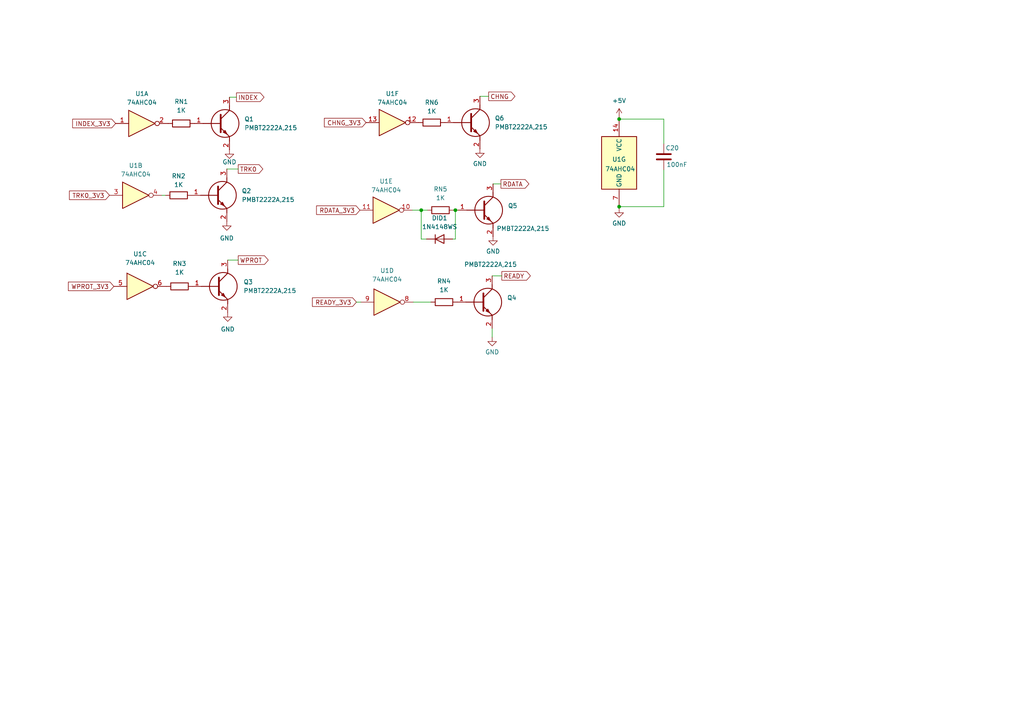
<source format=kicad_sch>
(kicad_sch
	(version 20231120)
	(generator "eeschema")
	(generator_version "8.0")
	(uuid "a745de8c-9216-4cf7-9a91-94bf71b6bd6b")
	(paper "A4")
	(title_block
		(title "Gotek(?) Handrawn Schematic, Layout and Gerbers")
		(date "2025-04-11")
		(rev "1.1")
		(company "LiveBoxAndy")
		(comment 1 "chip were removed to allow the routing underneath to be checked.")
		(comment 2 "with the cable interface from an SFR1M44-DU26 (SFRC2D.B). The processor and the 74 ")
		(comment 3 "Based on pictures and meter readings of an SRFKC30.AT4.35 for the processor bits mated")
		(comment 4 "Changed R21 to 12K to reduce brightness.")
	)
	(lib_symbols
		(symbol "74xx:74AHC04"
			(exclude_from_sim no)
			(in_bom yes)
			(on_board yes)
			(property "Reference" "U"
				(at 0 1.27 0)
				(effects
					(font
						(size 1.27 1.27)
					)
				)
			)
			(property "Value" "74AHC04"
				(at 0 -1.27 0)
				(effects
					(font
						(size 1.27 1.27)
					)
				)
			)
			(property "Footprint" ""
				(at 0 0 0)
				(effects
					(font
						(size 1.27 1.27)
					)
					(hide yes)
				)
			)
			(property "Datasheet" "https://assets.nexperia.com/documents/data-sheet/74AHC_AHCT04.pdf"
				(at 0 0 0)
				(effects
					(font
						(size 1.27 1.27)
					)
					(hide yes)
				)
			)
			(property "Description" "Hex Inverter"
				(at 0 0 0)
				(effects
					(font
						(size 1.27 1.27)
					)
					(hide yes)
				)
			)
			(property "ki_locked" ""
				(at 0 0 0)
				(effects
					(font
						(size 1.27 1.27)
					)
				)
			)
			(property "ki_keywords" "AHCMOS not inv"
				(at 0 0 0)
				(effects
					(font
						(size 1.27 1.27)
					)
					(hide yes)
				)
			)
			(property "ki_fp_filters" "DIP*W7.62mm* SSOP?14* TSSOP?14*"
				(at 0 0 0)
				(effects
					(font
						(size 1.27 1.27)
					)
					(hide yes)
				)
			)
			(symbol "74AHC04_1_0"
				(polyline
					(pts
						(xy -3.81 3.81) (xy -3.81 -3.81) (xy 3.81 0) (xy -3.81 3.81)
					)
					(stroke
						(width 0.254)
						(type default)
					)
					(fill
						(type background)
					)
				)
				(pin input line
					(at -7.62 0 0)
					(length 3.81)
					(name "~"
						(effects
							(font
								(size 1.27 1.27)
							)
						)
					)
					(number "1"
						(effects
							(font
								(size 1.27 1.27)
							)
						)
					)
				)
				(pin output inverted
					(at 7.62 0 180)
					(length 3.81)
					(name "~"
						(effects
							(font
								(size 1.27 1.27)
							)
						)
					)
					(number "2"
						(effects
							(font
								(size 1.27 1.27)
							)
						)
					)
				)
			)
			(symbol "74AHC04_2_0"
				(polyline
					(pts
						(xy -3.81 3.81) (xy -3.81 -3.81) (xy 3.81 0) (xy -3.81 3.81)
					)
					(stroke
						(width 0.254)
						(type default)
					)
					(fill
						(type background)
					)
				)
				(pin input line
					(at -7.62 0 0)
					(length 3.81)
					(name "~"
						(effects
							(font
								(size 1.27 1.27)
							)
						)
					)
					(number "3"
						(effects
							(font
								(size 1.27 1.27)
							)
						)
					)
				)
				(pin output inverted
					(at 7.62 0 180)
					(length 3.81)
					(name "~"
						(effects
							(font
								(size 1.27 1.27)
							)
						)
					)
					(number "4"
						(effects
							(font
								(size 1.27 1.27)
							)
						)
					)
				)
			)
			(symbol "74AHC04_3_0"
				(polyline
					(pts
						(xy -3.81 3.81) (xy -3.81 -3.81) (xy 3.81 0) (xy -3.81 3.81)
					)
					(stroke
						(width 0.254)
						(type default)
					)
					(fill
						(type background)
					)
				)
				(pin input line
					(at -7.62 0 0)
					(length 3.81)
					(name "~"
						(effects
							(font
								(size 1.27 1.27)
							)
						)
					)
					(number "5"
						(effects
							(font
								(size 1.27 1.27)
							)
						)
					)
				)
				(pin output inverted
					(at 7.62 0 180)
					(length 3.81)
					(name "~"
						(effects
							(font
								(size 1.27 1.27)
							)
						)
					)
					(number "6"
						(effects
							(font
								(size 1.27 1.27)
							)
						)
					)
				)
			)
			(symbol "74AHC04_4_0"
				(polyline
					(pts
						(xy -3.81 3.81) (xy -3.81 -3.81) (xy 3.81 0) (xy -3.81 3.81)
					)
					(stroke
						(width 0.254)
						(type default)
					)
					(fill
						(type background)
					)
				)
				(pin output inverted
					(at 7.62 0 180)
					(length 3.81)
					(name "~"
						(effects
							(font
								(size 1.27 1.27)
							)
						)
					)
					(number "8"
						(effects
							(font
								(size 1.27 1.27)
							)
						)
					)
				)
				(pin input line
					(at -7.62 0 0)
					(length 3.81)
					(name "~"
						(effects
							(font
								(size 1.27 1.27)
							)
						)
					)
					(number "9"
						(effects
							(font
								(size 1.27 1.27)
							)
						)
					)
				)
			)
			(symbol "74AHC04_5_0"
				(polyline
					(pts
						(xy -3.81 3.81) (xy -3.81 -3.81) (xy 3.81 0) (xy -3.81 3.81)
					)
					(stroke
						(width 0.254)
						(type default)
					)
					(fill
						(type background)
					)
				)
				(pin output inverted
					(at 7.62 0 180)
					(length 3.81)
					(name "~"
						(effects
							(font
								(size 1.27 1.27)
							)
						)
					)
					(number "10"
						(effects
							(font
								(size 1.27 1.27)
							)
						)
					)
				)
				(pin input line
					(at -7.62 0 0)
					(length 3.81)
					(name "~"
						(effects
							(font
								(size 1.27 1.27)
							)
						)
					)
					(number "11"
						(effects
							(font
								(size 1.27 1.27)
							)
						)
					)
				)
			)
			(symbol "74AHC04_6_0"
				(polyline
					(pts
						(xy -3.81 3.81) (xy -3.81 -3.81) (xy 3.81 0) (xy -3.81 3.81)
					)
					(stroke
						(width 0.254)
						(type default)
					)
					(fill
						(type background)
					)
				)
				(pin output inverted
					(at 7.62 0 180)
					(length 3.81)
					(name "~"
						(effects
							(font
								(size 1.27 1.27)
							)
						)
					)
					(number "12"
						(effects
							(font
								(size 1.27 1.27)
							)
						)
					)
				)
				(pin input line
					(at -7.62 0 0)
					(length 3.81)
					(name "~"
						(effects
							(font
								(size 1.27 1.27)
							)
						)
					)
					(number "13"
						(effects
							(font
								(size 1.27 1.27)
							)
						)
					)
				)
			)
			(symbol "74AHC04_7_0"
				(pin power_in line
					(at 0 12.7 270)
					(length 5.08)
					(name "VCC"
						(effects
							(font
								(size 1.27 1.27)
							)
						)
					)
					(number "14"
						(effects
							(font
								(size 1.27 1.27)
							)
						)
					)
				)
				(pin power_in line
					(at 0 -12.7 90)
					(length 5.08)
					(name "GND"
						(effects
							(font
								(size 1.27 1.27)
							)
						)
					)
					(number "7"
						(effects
							(font
								(size 1.27 1.27)
							)
						)
					)
				)
			)
			(symbol "74AHC04_7_1"
				(rectangle
					(start -5.08 7.62)
					(end 5.08 -7.62)
					(stroke
						(width 0.254)
						(type default)
					)
					(fill
						(type background)
					)
				)
			)
		)
		(symbol "Device:C"
			(pin_numbers hide)
			(pin_names
				(offset 0.254)
			)
			(exclude_from_sim no)
			(in_bom yes)
			(on_board yes)
			(property "Reference" "C"
				(at 0.635 2.54 0)
				(effects
					(font
						(size 1.27 1.27)
					)
					(justify left)
				)
			)
			(property "Value" "C"
				(at 0.635 -2.54 0)
				(effects
					(font
						(size 1.27 1.27)
					)
					(justify left)
				)
			)
			(property "Footprint" ""
				(at 0.9652 -3.81 0)
				(effects
					(font
						(size 1.27 1.27)
					)
					(hide yes)
				)
			)
			(property "Datasheet" "~"
				(at 0 0 0)
				(effects
					(font
						(size 1.27 1.27)
					)
					(hide yes)
				)
			)
			(property "Description" "Unpolarized capacitor"
				(at 0 0 0)
				(effects
					(font
						(size 1.27 1.27)
					)
					(hide yes)
				)
			)
			(property "ki_keywords" "cap capacitor"
				(at 0 0 0)
				(effects
					(font
						(size 1.27 1.27)
					)
					(hide yes)
				)
			)
			(property "ki_fp_filters" "C_*"
				(at 0 0 0)
				(effects
					(font
						(size 1.27 1.27)
					)
					(hide yes)
				)
			)
			(symbol "C_0_1"
				(polyline
					(pts
						(xy -2.032 -0.762) (xy 2.032 -0.762)
					)
					(stroke
						(width 0.508)
						(type default)
					)
					(fill
						(type none)
					)
				)
				(polyline
					(pts
						(xy -2.032 0.762) (xy 2.032 0.762)
					)
					(stroke
						(width 0.508)
						(type default)
					)
					(fill
						(type none)
					)
				)
			)
			(symbol "C_1_1"
				(pin passive line
					(at 0 3.81 270)
					(length 2.794)
					(name "~"
						(effects
							(font
								(size 1.27 1.27)
							)
						)
					)
					(number "1"
						(effects
							(font
								(size 1.27 1.27)
							)
						)
					)
				)
				(pin passive line
					(at 0 -3.81 90)
					(length 2.794)
					(name "~"
						(effects
							(font
								(size 1.27 1.27)
							)
						)
					)
					(number "2"
						(effects
							(font
								(size 1.27 1.27)
							)
						)
					)
				)
			)
		)
		(symbol "Device:R"
			(pin_numbers hide)
			(pin_names
				(offset 0)
			)
			(exclude_from_sim no)
			(in_bom yes)
			(on_board yes)
			(property "Reference" "R"
				(at 2.032 0 90)
				(effects
					(font
						(size 1.27 1.27)
					)
				)
			)
			(property "Value" "R"
				(at 0 0 90)
				(effects
					(font
						(size 1.27 1.27)
					)
				)
			)
			(property "Footprint" ""
				(at -1.778 0 90)
				(effects
					(font
						(size 1.27 1.27)
					)
					(hide yes)
				)
			)
			(property "Datasheet" "~"
				(at 0 0 0)
				(effects
					(font
						(size 1.27 1.27)
					)
					(hide yes)
				)
			)
			(property "Description" "Resistor"
				(at 0 0 0)
				(effects
					(font
						(size 1.27 1.27)
					)
					(hide yes)
				)
			)
			(property "ki_keywords" "R res resistor"
				(at 0 0 0)
				(effects
					(font
						(size 1.27 1.27)
					)
					(hide yes)
				)
			)
			(property "ki_fp_filters" "R_*"
				(at 0 0 0)
				(effects
					(font
						(size 1.27 1.27)
					)
					(hide yes)
				)
			)
			(symbol "R_0_1"
				(rectangle
					(start -1.016 -2.54)
					(end 1.016 2.54)
					(stroke
						(width 0.254)
						(type default)
					)
					(fill
						(type none)
					)
				)
			)
			(symbol "R_1_1"
				(pin passive line
					(at 0 3.81 270)
					(length 1.27)
					(name "~"
						(effects
							(font
								(size 1.27 1.27)
							)
						)
					)
					(number "1"
						(effects
							(font
								(size 1.27 1.27)
							)
						)
					)
				)
				(pin passive line
					(at 0 -3.81 90)
					(length 1.27)
					(name "~"
						(effects
							(font
								(size 1.27 1.27)
							)
						)
					)
					(number "2"
						(effects
							(font
								(size 1.27 1.27)
							)
						)
					)
				)
			)
		)
		(symbol "Diode:1N4148WS"
			(pin_numbers hide)
			(pin_names hide)
			(exclude_from_sim no)
			(in_bom yes)
			(on_board yes)
			(property "Reference" "D"
				(at 0 2.54 0)
				(effects
					(font
						(size 1.27 1.27)
					)
				)
			)
			(property "Value" "1N4148WS"
				(at 0 -2.54 0)
				(effects
					(font
						(size 1.27 1.27)
					)
				)
			)
			(property "Footprint" "Diode_SMD:D_SOD-323"
				(at 0 -4.445 0)
				(effects
					(font
						(size 1.27 1.27)
					)
					(hide yes)
				)
			)
			(property "Datasheet" "https://www.vishay.com/docs/85751/1n4148ws.pdf"
				(at 0 0 0)
				(effects
					(font
						(size 1.27 1.27)
					)
					(hide yes)
				)
			)
			(property "Description" "75V 0.15A Fast switching Diode, SOD-323"
				(at 0 0 0)
				(effects
					(font
						(size 1.27 1.27)
					)
					(hide yes)
				)
			)
			(property "Sim.Device" "D"
				(at 0 0 0)
				(effects
					(font
						(size 1.27 1.27)
					)
					(hide yes)
				)
			)
			(property "Sim.Pins" "1=K 2=A"
				(at 0 0 0)
				(effects
					(font
						(size 1.27 1.27)
					)
					(hide yes)
				)
			)
			(property "ki_keywords" "diode"
				(at 0 0 0)
				(effects
					(font
						(size 1.27 1.27)
					)
					(hide yes)
				)
			)
			(property "ki_fp_filters" "D*SOD?323*"
				(at 0 0 0)
				(effects
					(font
						(size 1.27 1.27)
					)
					(hide yes)
				)
			)
			(symbol "1N4148WS_0_1"
				(polyline
					(pts
						(xy -1.27 1.27) (xy -1.27 -1.27)
					)
					(stroke
						(width 0.254)
						(type default)
					)
					(fill
						(type none)
					)
				)
				(polyline
					(pts
						(xy 1.27 0) (xy -1.27 0)
					)
					(stroke
						(width 0)
						(type default)
					)
					(fill
						(type none)
					)
				)
				(polyline
					(pts
						(xy 1.27 1.27) (xy 1.27 -1.27) (xy -1.27 0) (xy 1.27 1.27)
					)
					(stroke
						(width 0.254)
						(type default)
					)
					(fill
						(type none)
					)
				)
			)
			(symbol "1N4148WS_1_1"
				(pin passive line
					(at -3.81 0 0)
					(length 2.54)
					(name "K"
						(effects
							(font
								(size 1.27 1.27)
							)
						)
					)
					(number "1"
						(effects
							(font
								(size 1.27 1.27)
							)
						)
					)
				)
				(pin passive line
					(at 3.81 0 180)
					(length 2.54)
					(name "A"
						(effects
							(font
								(size 1.27 1.27)
							)
						)
					)
					(number "2"
						(effects
							(font
								(size 1.27 1.27)
							)
						)
					)
				)
			)
		)
		(symbol "Gotek:PMBT2222A,215"
			(pin_names hide)
			(exclude_from_sim no)
			(in_bom yes)
			(on_board yes)
			(property "Reference" "Q"
				(at 13.97 1.27 0)
				(effects
					(font
						(size 1.27 1.27)
					)
					(justify left top)
				)
			)
			(property "Value" "PMBT2222A,215"
				(at 13.97 -1.27 0)
				(effects
					(font
						(size 1.27 1.27)
					)
					(justify left top)
				)
			)
			(property "Footprint" "PMBT2222A215"
				(at 13.97 -101.27 0)
				(effects
					(font
						(size 1.27 1.27)
					)
					(justify left top)
					(hide yes)
				)
			)
			(property "Datasheet" "https://assets.nexperia.com/documents/data-sheet/PMBT2222A.pdf"
				(at 13.97 -201.27 0)
				(effects
					(font
						(size 1.27 1.27)
					)
					(justify left top)
					(hide yes)
				)
			)
			(property "Description" "PMBT2222; PMBT2222A - NPN switching transistors"
				(at 0 0 0)
				(effects
					(font
						(size 1.27 1.27)
					)
					(hide yes)
				)
			)
			(property "Height" "1.1"
				(at 13.97 -401.27 0)
				(effects
					(font
						(size 1.27 1.27)
					)
					(justify left top)
					(hide yes)
				)
			)
			(property "Mouser Part Number" "771-PMBT2222A-T/R"
				(at 13.97 -501.27 0)
				(effects
					(font
						(size 1.27 1.27)
					)
					(justify left top)
					(hide yes)
				)
			)
			(property "Mouser Price/Stock" "https://www.mouser.co.uk/ProductDetail/Nexperia/PMBT2222A215?qs=LOCUfHb8d9u7n2jbGrJFWg%3D%3D"
				(at 13.97 -601.27 0)
				(effects
					(font
						(size 1.27 1.27)
					)
					(justify left top)
					(hide yes)
				)
			)
			(property "Manufacturer_Name" "Nexperia"
				(at 13.97 -701.27 0)
				(effects
					(font
						(size 1.27 1.27)
					)
					(justify left top)
					(hide yes)
				)
			)
			(property "Manufacturer_Part_Number" "PMBT2222A,215"
				(at 13.97 -801.27 0)
				(effects
					(font
						(size 1.27 1.27)
					)
					(justify left top)
					(hide yes)
				)
			)
			(symbol "PMBT2222A,215_1_1"
				(polyline
					(pts
						(xy 2.54 0) (xy 7.62 0)
					)
					(stroke
						(width 0.254)
						(type default)
					)
					(fill
						(type none)
					)
				)
				(polyline
					(pts
						(xy 7.62 -1.27) (xy 10.16 -3.81)
					)
					(stroke
						(width 0.254)
						(type default)
					)
					(fill
						(type none)
					)
				)
				(polyline
					(pts
						(xy 7.62 1.27) (xy 10.16 3.81)
					)
					(stroke
						(width 0.254)
						(type default)
					)
					(fill
						(type none)
					)
				)
				(polyline
					(pts
						(xy 7.62 2.54) (xy 7.62 -2.54)
					)
					(stroke
						(width 0.508)
						(type default)
					)
					(fill
						(type none)
					)
				)
				(polyline
					(pts
						(xy 10.16 -3.81) (xy 10.16 -5.08)
					)
					(stroke
						(width 0.254)
						(type default)
					)
					(fill
						(type none)
					)
				)
				(polyline
					(pts
						(xy 10.16 3.81) (xy 10.16 5.08)
					)
					(stroke
						(width 0.254)
						(type default)
					)
					(fill
						(type none)
					)
				)
				(polyline
					(pts
						(xy 8.382 -2.54) (xy 8.89 -2.032) (xy 9.398 -3.048) (xy 8.382 -2.54)
					)
					(stroke
						(width 0.254)
						(type default)
					)
					(fill
						(type outline)
					)
				)
				(circle
					(center 8.89 0)
					(radius 4.016)
					(stroke
						(width 0.254)
						(type default)
					)
					(fill
						(type none)
					)
				)
				(pin passive line
					(at 0 0 0)
					(length 2.54)
					(name "B"
						(effects
							(font
								(size 1.27 1.27)
							)
						)
					)
					(number "1"
						(effects
							(font
								(size 1.27 1.27)
							)
						)
					)
				)
				(pin passive line
					(at 10.16 -7.62 90)
					(length 2.54)
					(name "E"
						(effects
							(font
								(size 1.27 1.27)
							)
						)
					)
					(number "2"
						(effects
							(font
								(size 1.27 1.27)
							)
						)
					)
				)
				(pin passive line
					(at 10.16 7.62 270)
					(length 2.54)
					(name "C"
						(effects
							(font
								(size 1.27 1.27)
							)
						)
					)
					(number "3"
						(effects
							(font
								(size 1.27 1.27)
							)
						)
					)
				)
			)
		)
		(symbol "power:+5V"
			(power)
			(pin_numbers hide)
			(pin_names
				(offset 0) hide)
			(exclude_from_sim no)
			(in_bom yes)
			(on_board yes)
			(property "Reference" "#PWR"
				(at 0 -3.81 0)
				(effects
					(font
						(size 1.27 1.27)
					)
					(hide yes)
				)
			)
			(property "Value" "+5V"
				(at 0 3.556 0)
				(effects
					(font
						(size 1.27 1.27)
					)
				)
			)
			(property "Footprint" ""
				(at 0 0 0)
				(effects
					(font
						(size 1.27 1.27)
					)
					(hide yes)
				)
			)
			(property "Datasheet" ""
				(at 0 0 0)
				(effects
					(font
						(size 1.27 1.27)
					)
					(hide yes)
				)
			)
			(property "Description" "Power symbol creates a global label with name \"+5V\""
				(at 0 0 0)
				(effects
					(font
						(size 1.27 1.27)
					)
					(hide yes)
				)
			)
			(property "ki_keywords" "global power"
				(at 0 0 0)
				(effects
					(font
						(size 1.27 1.27)
					)
					(hide yes)
				)
			)
			(symbol "+5V_0_1"
				(polyline
					(pts
						(xy -0.762 1.27) (xy 0 2.54)
					)
					(stroke
						(width 0)
						(type default)
					)
					(fill
						(type none)
					)
				)
				(polyline
					(pts
						(xy 0 0) (xy 0 2.54)
					)
					(stroke
						(width 0)
						(type default)
					)
					(fill
						(type none)
					)
				)
				(polyline
					(pts
						(xy 0 2.54) (xy 0.762 1.27)
					)
					(stroke
						(width 0)
						(type default)
					)
					(fill
						(type none)
					)
				)
			)
			(symbol "+5V_1_1"
				(pin power_in line
					(at 0 0 90)
					(length 0)
					(name "~"
						(effects
							(font
								(size 1.27 1.27)
							)
						)
					)
					(number "1"
						(effects
							(font
								(size 1.27 1.27)
							)
						)
					)
				)
			)
		)
		(symbol "power:GND"
			(power)
			(pin_numbers hide)
			(pin_names
				(offset 0) hide)
			(exclude_from_sim no)
			(in_bom yes)
			(on_board yes)
			(property "Reference" "#PWR"
				(at 0 -6.35 0)
				(effects
					(font
						(size 1.27 1.27)
					)
					(hide yes)
				)
			)
			(property "Value" "GND"
				(at 0 -3.81 0)
				(effects
					(font
						(size 1.27 1.27)
					)
				)
			)
			(property "Footprint" ""
				(at 0 0 0)
				(effects
					(font
						(size 1.27 1.27)
					)
					(hide yes)
				)
			)
			(property "Datasheet" ""
				(at 0 0 0)
				(effects
					(font
						(size 1.27 1.27)
					)
					(hide yes)
				)
			)
			(property "Description" "Power symbol creates a global label with name \"GND\" , ground"
				(at 0 0 0)
				(effects
					(font
						(size 1.27 1.27)
					)
					(hide yes)
				)
			)
			(property "ki_keywords" "global power"
				(at 0 0 0)
				(effects
					(font
						(size 1.27 1.27)
					)
					(hide yes)
				)
			)
			(symbol "GND_0_1"
				(polyline
					(pts
						(xy 0 0) (xy 0 -1.27) (xy 1.27 -1.27) (xy 0 -2.54) (xy -1.27 -1.27) (xy 0 -1.27)
					)
					(stroke
						(width 0)
						(type default)
					)
					(fill
						(type none)
					)
				)
			)
			(symbol "GND_1_1"
				(pin power_in line
					(at 0 0 270)
					(length 0)
					(name "~"
						(effects
							(font
								(size 1.27 1.27)
							)
						)
					)
					(number "1"
						(effects
							(font
								(size 1.27 1.27)
							)
						)
					)
				)
			)
		)
	)
	(junction
		(at 132.08 60.96)
		(diameter 0)
		(color 0 0 0 0)
		(uuid "0ceb13ba-0129-4439-888b-6305a4849c69")
	)
	(junction
		(at 122.174 60.96)
		(diameter 0)
		(color 0 0 0 0)
		(uuid "39d1d5aa-4057-4b77-b6ee-3ee7931c2bef")
	)
	(junction
		(at 179.578 59.944)
		(diameter 0)
		(color 0 0 0 0)
		(uuid "599c62a9-ed1e-4731-a8eb-1c403c823629")
	)
	(junction
		(at 179.578 34.544)
		(diameter 0)
		(color 0 0 0 0)
		(uuid "c5ec036b-fe1a-40c5-8d72-4737b289bfd0")
	)
	(wire
		(pts
			(xy 145.288 53.34) (xy 143.002 53.34)
		)
		(stroke
			(width 0)
			(type default)
		)
		(uuid "079e29d7-745a-4107-a66f-e9a90aea5b75")
	)
	(wire
		(pts
			(xy 103.378 87.63) (xy 104.648 87.63)
		)
		(stroke
			(width 0)
			(type default)
		)
		(uuid "0c37f65e-46fc-4e3f-bf83-7d77587be9fe")
	)
	(wire
		(pts
			(xy 123.698 69.342) (xy 122.174 69.342)
		)
		(stroke
			(width 0)
			(type default)
		)
		(uuid "0d541948-fb04-4754-b60b-14e9c929008a")
	)
	(wire
		(pts
			(xy 192.532 41.656) (xy 192.532 34.544)
		)
		(stroke
			(width 0)
			(type default)
		)
		(uuid "18ba46fe-f1f1-4c32-b81c-2d3ea6b9e54f")
	)
	(wire
		(pts
			(xy 122.174 60.96) (xy 123.952 60.96)
		)
		(stroke
			(width 0)
			(type default)
		)
		(uuid "1d6cb831-58ba-4689-b03d-c48cf210f562")
	)
	(wire
		(pts
			(xy 141.732 27.94) (xy 139.192 27.94)
		)
		(stroke
			(width 0)
			(type default)
		)
		(uuid "29e649f5-cc5d-4cd1-a63e-8c86dc664929")
	)
	(wire
		(pts
			(xy 192.532 34.544) (xy 179.578 34.544)
		)
		(stroke
			(width 0)
			(type default)
		)
		(uuid "2ba052a8-57d9-4565-9e8a-d8bd52f38331")
	)
	(wire
		(pts
			(xy 192.532 59.944) (xy 179.578 59.944)
		)
		(stroke
			(width 0)
			(type default)
		)
		(uuid "3102770f-dbd9-4223-89a3-1e3f19b5c800")
	)
	(wire
		(pts
			(xy 68.58 28.194) (xy 66.548 28.194)
		)
		(stroke
			(width 0)
			(type default)
		)
		(uuid "34c275c8-1efa-40f1-8d95-ad602bbf0a16")
	)
	(wire
		(pts
			(xy 142.748 95.25) (xy 142.748 97.79)
		)
		(stroke
			(width 0)
			(type default)
		)
		(uuid "4e1d32dd-a7af-418f-bd42-ad4cd4802f49")
	)
	(wire
		(pts
			(xy 69.088 75.438) (xy 66.04 75.438)
		)
		(stroke
			(width 0)
			(type default)
		)
		(uuid "53e7f8ab-c36d-4328-a2d2-3bad66057817")
	)
	(wire
		(pts
			(xy 179.578 60.452) (xy 179.578 59.944)
		)
		(stroke
			(width 0)
			(type default)
		)
		(uuid "747fdd20-ef88-4c59-8e93-e3c7b3b373a9")
	)
	(wire
		(pts
			(xy 132.08 60.96) (xy 132.842 60.96)
		)
		(stroke
			(width 0)
			(type default)
		)
		(uuid "88986dd5-a00b-4f90-8b27-dd569cfc7abe")
	)
	(wire
		(pts
			(xy 48.006 56.642) (xy 46.99 56.642)
		)
		(stroke
			(width 0)
			(type default)
		)
		(uuid "8b198ed1-bbfd-407f-85be-34f9ecae05c5")
	)
	(wire
		(pts
			(xy 69.088 49.022) (xy 65.786 49.022)
		)
		(stroke
			(width 0)
			(type default)
		)
		(uuid "8efcab41-31c7-44f8-b508-f22da5283696")
	)
	(wire
		(pts
			(xy 122.174 69.342) (xy 122.174 60.96)
		)
		(stroke
			(width 0)
			(type default)
		)
		(uuid "95dfa7f0-2e54-407f-a6c8-73e260ecc8cb")
	)
	(wire
		(pts
			(xy 179.578 34.036) (xy 179.578 34.544)
		)
		(stroke
			(width 0)
			(type default)
		)
		(uuid "9b295fd7-db02-4a1d-af7f-03ca32c4d56e")
	)
	(wire
		(pts
			(xy 145.542 80.01) (xy 142.748 80.01)
		)
		(stroke
			(width 0)
			(type default)
		)
		(uuid "9d2d71ec-f99e-4a02-942e-b2f0392dda8b")
	)
	(wire
		(pts
			(xy 192.532 49.276) (xy 192.532 59.944)
		)
		(stroke
			(width 0)
			(type default)
		)
		(uuid "b3ea7f9d-9240-49bb-91fc-02e91f85bf3a")
	)
	(wire
		(pts
			(xy 131.572 60.96) (xy 132.08 60.96)
		)
		(stroke
			(width 0)
			(type default)
		)
		(uuid "beb234df-8935-4f50-a693-20c84cc177e6")
	)
	(wire
		(pts
			(xy 119.634 60.96) (xy 122.174 60.96)
		)
		(stroke
			(width 0)
			(type default)
		)
		(uuid "db33c94e-5af3-4af2-accd-4ed443ea9af5")
	)
	(wire
		(pts
			(xy 132.08 60.96) (xy 132.08 69.342)
		)
		(stroke
			(width 0)
			(type default)
		)
		(uuid "e848565d-1348-48dc-882f-471c98889be2")
	)
	(wire
		(pts
			(xy 119.888 87.63) (xy 124.968 87.63)
		)
		(stroke
			(width 0)
			(type default)
		)
		(uuid "eedcefab-2230-469e-9c2a-13f3c0ac4f7a")
	)
	(wire
		(pts
			(xy 132.08 69.342) (xy 131.318 69.342)
		)
		(stroke
			(width 0)
			(type default)
		)
		(uuid "f7b77f4e-ae7d-499e-a2e8-a80100dbed59")
	)
	(global_label "WPROT_3V3"
		(shape input)
		(at 33.02 83.058 180)
		(fields_autoplaced yes)
		(effects
			(font
				(size 1.27 1.27)
			)
			(justify right)
		)
		(uuid "1eef49f2-d3a2-4e60-bb11-9d63d4090eaa")
		(property "Intersheetrefs" "${INTERSHEET_REFS}"
			(at 19.2701 83.058 0)
			(effects
				(font
					(size 1.27 1.27)
				)
				(justify right)
				(hide yes)
			)
		)
	)
	(global_label "READY"
		(shape output)
		(at 145.542 80.01 0)
		(fields_autoplaced yes)
		(effects
			(font
				(size 1.27 1.27)
			)
			(justify left)
		)
		(uuid "3765b7c9-0cf6-450f-98ad-4f6c6eaede08")
		(property "Intersheetrefs" "${INTERSHEET_REFS}"
			(at 154.3934 80.01 0)
			(effects
				(font
					(size 1.27 1.27)
				)
				(justify left)
				(hide yes)
			)
		)
	)
	(global_label "RDATA"
		(shape output)
		(at 145.288 53.34 0)
		(fields_autoplaced yes)
		(effects
			(font
				(size 1.27 1.27)
			)
			(justify left)
		)
		(uuid "435df344-4518-46ed-9baf-628c491bf524")
		(property "Intersheetrefs" "${INTERSHEET_REFS}"
			(at 153.958 53.34 0)
			(effects
				(font
					(size 1.27 1.27)
				)
				(justify left)
				(hide yes)
			)
		)
	)
	(global_label "TRK0"
		(shape output)
		(at 69.088 49.022 0)
		(fields_autoplaced yes)
		(effects
			(font
				(size 1.27 1.27)
			)
			(justify left)
		)
		(uuid "48faf12d-9cec-4b4b-a95a-6e635ca3b9b2")
		(property "Intersheetrefs" "${INTERSHEET_REFS}"
			(at 76.7903 49.022 0)
			(effects
				(font
					(size 1.27 1.27)
				)
				(justify left)
				(hide yes)
			)
		)
	)
	(global_label "INDEX_3V3"
		(shape input)
		(at 33.528 35.814 180)
		(fields_autoplaced yes)
		(effects
			(font
				(size 1.27 1.27)
			)
			(justify right)
		)
		(uuid "5011bbf7-5faa-4a91-86e2-d17e5690645b")
		(property "Intersheetrefs" "${INTERSHEET_REFS}"
			(at 20.5038 35.814 0)
			(effects
				(font
					(size 1.27 1.27)
				)
				(justify right)
				(hide yes)
			)
		)
	)
	(global_label "TRK0_3V3"
		(shape input)
		(at 31.75 56.642 180)
		(fields_autoplaced yes)
		(effects
			(font
				(size 1.27 1.27)
			)
			(justify right)
		)
		(uuid "543bb9ef-e9ec-4732-9691-b7a8d0bde2fe")
		(property "Intersheetrefs" "${INTERSHEET_REFS}"
			(at 19.5725 56.642 0)
			(effects
				(font
					(size 1.27 1.27)
				)
				(justify right)
				(hide yes)
			)
		)
	)
	(global_label "WPROT"
		(shape output)
		(at 69.088 75.438 0)
		(fields_autoplaced yes)
		(effects
			(font
				(size 1.27 1.27)
			)
			(justify left)
		)
		(uuid "74c6d132-6493-4f52-9119-9de33c50f9d9")
		(property "Intersheetrefs" "${INTERSHEET_REFS}"
			(at 78.3627 75.438 0)
			(effects
				(font
					(size 1.27 1.27)
				)
				(justify left)
				(hide yes)
			)
		)
	)
	(global_label "CHNG_3V3"
		(shape input)
		(at 106.172 35.56 180)
		(fields_autoplaced yes)
		(effects
			(font
				(size 1.27 1.27)
			)
			(justify right)
		)
		(uuid "87871108-3561-4518-9d42-5a540e3b6f7d")
		(property "Intersheetrefs" "${INTERSHEET_REFS}"
			(at 93.5106 35.56 0)
			(effects
				(font
					(size 1.27 1.27)
				)
				(justify right)
				(hide yes)
			)
		)
	)
	(global_label "READY_3V3"
		(shape input)
		(at 103.378 87.63 180)
		(fields_autoplaced yes)
		(effects
			(font
				(size 1.27 1.27)
			)
			(justify right)
		)
		(uuid "8f5e2a8a-7843-43f8-9ec8-9897509ab8d3")
		(property "Intersheetrefs" "${INTERSHEET_REFS}"
			(at 90.0514 87.63 0)
			(effects
				(font
					(size 1.27 1.27)
				)
				(justify right)
				(hide yes)
			)
		)
	)
	(global_label "INDEX"
		(shape output)
		(at 68.58 28.194 0)
		(fields_autoplaced yes)
		(effects
			(font
				(size 1.27 1.27)
			)
			(justify left)
		)
		(uuid "9e67a5e7-b64b-4693-abff-82256b257a50")
		(property "Intersheetrefs" "${INTERSHEET_REFS}"
			(at 77.129 28.194 0)
			(effects
				(font
					(size 1.27 1.27)
				)
				(justify left)
				(hide yes)
			)
		)
	)
	(global_label "CHNG"
		(shape output)
		(at 141.732 27.94 0)
		(fields_autoplaced yes)
		(effects
			(font
				(size 1.27 1.27)
			)
			(justify left)
		)
		(uuid "cea4bbb9-3ca5-485c-b30a-afe914b42543")
		(property "Intersheetrefs" "${INTERSHEET_REFS}"
			(at 149.9182 27.94 0)
			(effects
				(font
					(size 1.27 1.27)
				)
				(justify left)
				(hide yes)
			)
		)
	)
	(global_label "RDATA_3V3"
		(shape input)
		(at 104.394 60.96 180)
		(fields_autoplaced yes)
		(effects
			(font
				(size 1.27 1.27)
			)
			(justify right)
		)
		(uuid "d8d17871-fa3e-42f8-ab5e-9ed15f17c8fb")
		(property "Intersheetrefs" "${INTERSHEET_REFS}"
			(at 91.2488 60.96 0)
			(effects
				(font
					(size 1.27 1.27)
				)
				(justify right)
				(hide yes)
			)
		)
	)
	(symbol
		(lib_id "Device:R")
		(at 128.778 87.63 270)
		(mirror x)
		(unit 1)
		(exclude_from_sim no)
		(in_bom yes)
		(on_board yes)
		(dnp no)
		(uuid "0aca03b1-dede-471f-b09e-ede87e1630ab")
		(property "Reference" "RN4"
			(at 128.778 81.534 90)
			(effects
				(font
					(size 1.27 1.27)
				)
			)
		)
		(property "Value" "1K"
			(at 128.778 84.074 90)
			(effects
				(font
					(size 1.27 1.27)
				)
			)
		)
		(property "Footprint" "Resistor_SMD:R_0805_2012Metric_Pad1.20x1.40mm_HandSolder"
			(at 128.778 89.408 90)
			(effects
				(font
					(size 1.27 1.27)
				)
				(hide yes)
			)
		)
		(property "Datasheet" "~"
			(at 128.778 87.63 0)
			(effects
				(font
					(size 1.27 1.27)
				)
				(hide yes)
			)
		)
		(property "Description" "Resistor"
			(at 128.778 87.63 0)
			(effects
				(font
					(size 1.27 1.27)
				)
				(hide yes)
			)
		)
		(pin "2"
			(uuid "895b5969-d3ff-4919-8080-789b34678f95")
		)
		(pin "1"
			(uuid "f708443b-848f-45c7-ac6f-6d7dd323e0d6")
		)
		(instances
			(project "Gotek"
				(path "/1f82a6ca-2e95-41e0-9ba6-22d493235ff3/267e5c49-10c2-470c-80e5-10508b29d2e1"
					(reference "RN4")
					(unit 1)
				)
			)
		)
	)
	(symbol
		(lib_id "power:GND")
		(at 66.548 43.434 0)
		(unit 1)
		(exclude_from_sim no)
		(in_bom yes)
		(on_board yes)
		(dnp no)
		(uuid "1e0fabfd-4d0f-4313-afb8-b0cd10a1dd04")
		(property "Reference" "#PWR014"
			(at 66.548 49.784 0)
			(effects
				(font
					(size 1.27 1.27)
				)
				(hide yes)
			)
		)
		(property "Value" "GND"
			(at 66.548 46.99 0)
			(effects
				(font
					(size 1.27 1.27)
				)
			)
		)
		(property "Footprint" ""
			(at 66.548 43.434 0)
			(effects
				(font
					(size 1.27 1.27)
				)
				(hide yes)
			)
		)
		(property "Datasheet" ""
			(at 66.548 43.434 0)
			(effects
				(font
					(size 1.27 1.27)
				)
				(hide yes)
			)
		)
		(property "Description" "Power symbol creates a global label with name \"GND\" , ground"
			(at 66.548 43.434 0)
			(effects
				(font
					(size 1.27 1.27)
				)
				(hide yes)
			)
		)
		(pin "1"
			(uuid "69b75fe2-dd2b-4a3f-92f2-7297296d8397")
		)
		(instances
			(project "Gotek"
				(path "/1f82a6ca-2e95-41e0-9ba6-22d493235ff3/267e5c49-10c2-470c-80e5-10508b29d2e1"
					(reference "#PWR014")
					(unit 1)
				)
			)
		)
	)
	(symbol
		(lib_id "74xx:74AHC04")
		(at 40.64 83.058 0)
		(unit 3)
		(exclude_from_sim no)
		(in_bom yes)
		(on_board yes)
		(dnp no)
		(fields_autoplaced yes)
		(uuid "36a7955a-4d37-4722-9873-84c6411b1f73")
		(property "Reference" "U1"
			(at 40.64 73.66 0)
			(effects
				(font
					(size 1.27 1.27)
				)
			)
		)
		(property "Value" "74AHC04"
			(at 40.64 76.2 0)
			(effects
				(font
					(size 1.27 1.27)
				)
			)
		)
		(property "Footprint" "Package_SO:SO-14_3.9x8.65mm_P1.27mm"
			(at 40.64 83.058 0)
			(effects
				(font
					(size 1.27 1.27)
				)
				(hide yes)
			)
		)
		(property "Datasheet" "https://assets.nexperia.com/documents/data-sheet/74AHC_AHCT04.pdf"
			(at 40.64 83.058 0)
			(effects
				(font
					(size 1.27 1.27)
				)
				(hide yes)
			)
		)
		(property "Description" "Hex Inverter"
			(at 40.64 83.058 0)
			(effects
				(font
					(size 1.27 1.27)
				)
				(hide yes)
			)
		)
		(pin "2"
			(uuid "01193117-7832-4d09-baa7-9a4c0e924368")
		)
		(pin "8"
			(uuid "0fe12de2-4943-4251-ae76-af8309364508")
		)
		(pin "12"
			(uuid "906e1a55-dcf0-40b2-b5e0-2b8bbdf94733")
		)
		(pin "1"
			(uuid "d7bd63ef-1afe-40d5-8d1c-779a0421dfcb")
		)
		(pin "7"
			(uuid "66cf389c-8cb3-4d27-8906-3a53df8268d5")
		)
		(pin "5"
			(uuid "efeeb169-efa2-4599-8275-a8d7156b9ca3")
		)
		(pin "9"
			(uuid "5fc5b2eb-cceb-40bf-9820-e3f7c335fa03")
		)
		(pin "10"
			(uuid "a300babf-3e78-40b0-831f-5bfc589f89a3")
		)
		(pin "14"
			(uuid "5e2e8f3d-0481-4dca-9565-d1ad8543ca3d")
		)
		(pin "13"
			(uuid "956d1211-fe97-4bca-bc02-500c386e737a")
		)
		(pin "11"
			(uuid "b5d4b8c9-3e3d-417b-a095-56b13fa3c949")
		)
		(pin "3"
			(uuid "7ed8cb21-54fc-4706-8e88-b72fe3bcc99b")
		)
		(pin "4"
			(uuid "a0f88a7b-0bd3-4e7c-b90f-f4a8f1cf37f9")
		)
		(pin "6"
			(uuid "e87c9f0e-15ad-4e51-a69b-86155f1d331c")
		)
		(instances
			(project "Gotek"
				(path "/1f82a6ca-2e95-41e0-9ba6-22d493235ff3/267e5c49-10c2-470c-80e5-10508b29d2e1"
					(reference "U1")
					(unit 3)
				)
			)
		)
	)
	(symbol
		(lib_id "74xx:74AHC04")
		(at 39.37 56.642 0)
		(unit 2)
		(exclude_from_sim no)
		(in_bom yes)
		(on_board yes)
		(dnp no)
		(fields_autoplaced yes)
		(uuid "37d71559-bb3d-4c39-8c03-8fece25664f8")
		(property "Reference" "U1"
			(at 39.37 48.006 0)
			(effects
				(font
					(size 1.27 1.27)
				)
			)
		)
		(property "Value" "74AHC04"
			(at 39.37 50.546 0)
			(effects
				(font
					(size 1.27 1.27)
				)
			)
		)
		(property "Footprint" "Package_SO:SO-14_3.9x8.65mm_P1.27mm"
			(at 39.37 56.642 0)
			(effects
				(font
					(size 1.27 1.27)
				)
				(hide yes)
			)
		)
		(property "Datasheet" "https://assets.nexperia.com/documents/data-sheet/74AHC_AHCT04.pdf"
			(at 39.37 56.642 0)
			(effects
				(font
					(size 1.27 1.27)
				)
				(hide yes)
			)
		)
		(property "Description" "Hex Inverter"
			(at 39.37 56.642 0)
			(effects
				(font
					(size 1.27 1.27)
				)
				(hide yes)
			)
		)
		(pin "2"
			(uuid "01193117-7832-4d09-baa7-9a4c0e92436a")
		)
		(pin "8"
			(uuid "0fe12de2-4943-4251-ae76-af830936450a")
		)
		(pin "12"
			(uuid "906e1a55-dcf0-40b2-b5e0-2b8bbdf94735")
		)
		(pin "1"
			(uuid "d7bd63ef-1afe-40d5-8d1c-779a0421dfcd")
		)
		(pin "7"
			(uuid "66cf389c-8cb3-4d27-8906-3a53df8268d7")
		)
		(pin "5"
			(uuid "cc5fa2f0-53b2-4503-8705-03b02117206b")
		)
		(pin "9"
			(uuid "5fc5b2eb-cceb-40bf-9820-e3f7c335fa05")
		)
		(pin "10"
			(uuid "a300babf-3e78-40b0-831f-5bfc589f89a5")
		)
		(pin "14"
			(uuid "5e2e8f3d-0481-4dca-9565-d1ad8543ca3f")
		)
		(pin "13"
			(uuid "956d1211-fe97-4bca-bc02-500c386e737c")
		)
		(pin "11"
			(uuid "b5d4b8c9-3e3d-417b-a095-56b13fa3c94b")
		)
		(pin "3"
			(uuid "58a951de-408a-4610-8cf3-3d90bf3bd362")
		)
		(pin "4"
			(uuid "69ddbc2a-5388-47ee-a50e-b63c765fc351")
		)
		(pin "6"
			(uuid "96ae6b98-e45d-49e5-9ced-699ed65dc8ef")
		)
		(instances
			(project "Gotek"
				(path "/1f82a6ca-2e95-41e0-9ba6-22d493235ff3/267e5c49-10c2-470c-80e5-10508b29d2e1"
					(reference "U1")
					(unit 2)
				)
			)
		)
	)
	(symbol
		(lib_id "Gotek:PMBT2222A,215")
		(at 55.626 56.642 0)
		(unit 1)
		(exclude_from_sim no)
		(in_bom yes)
		(on_board yes)
		(dnp no)
		(fields_autoplaced yes)
		(uuid "45bf79d4-8a1d-4e63-846c-ffd440d07b25")
		(property "Reference" "Q2"
			(at 70.104 55.3719 0)
			(effects
				(font
					(size 1.27 1.27)
				)
				(justify left)
			)
		)
		(property "Value" "PMBT2222A,215"
			(at 70.104 57.9119 0)
			(effects
				(font
					(size 1.27 1.27)
				)
				(justify left)
			)
		)
		(property "Footprint" "Gotek:SOT95P280X130-3N"
			(at 69.596 157.912 0)
			(effects
				(font
					(size 1.27 1.27)
				)
				(justify left top)
				(hide yes)
			)
		)
		(property "Datasheet" "https://assets.nexperia.com/documents/data-sheet/PMBT2222A.pdf"
			(at 69.596 257.912 0)
			(effects
				(font
					(size 1.27 1.27)
				)
				(justify left top)
				(hide yes)
			)
		)
		(property "Description" "PMBT2222; PMBT2222A - NPN switching transistors"
			(at 55.626 56.642 0)
			(effects
				(font
					(size 1.27 1.27)
				)
				(hide yes)
			)
		)
		(property "Height" "1.1"
			(at 69.596 457.912 0)
			(effects
				(font
					(size 1.27 1.27)
				)
				(justify left top)
				(hide yes)
			)
		)
		(property "Mouser Part Number" "771-PMBT2222A-T/R"
			(at 69.596 557.912 0)
			(effects
				(font
					(size 1.27 1.27)
				)
				(justify left top)
				(hide yes)
			)
		)
		(property "Mouser Price/Stock" "https://www.mouser.co.uk/ProductDetail/Nexperia/PMBT2222A215?qs=LOCUfHb8d9u7n2jbGrJFWg%3D%3D"
			(at 69.596 657.912 0)
			(effects
				(font
					(size 1.27 1.27)
				)
				(justify left top)
				(hide yes)
			)
		)
		(property "Manufacturer_Name" "Nexperia"
			(at 69.596 757.912 0)
			(effects
				(font
					(size 1.27 1.27)
				)
				(justify left top)
				(hide yes)
			)
		)
		(property "Manufacturer_Part_Number" "PMBT2222A,215"
			(at 69.596 857.912 0)
			(effects
				(font
					(size 1.27 1.27)
				)
				(justify left top)
				(hide yes)
			)
		)
		(pin "1"
			(uuid "49fea3f2-054d-4acc-9285-44afcc953922")
		)
		(pin "3"
			(uuid "f6972809-aa2e-419c-b597-abd207d67183")
		)
		(pin "2"
			(uuid "06556d00-9fb0-49be-b8fd-bec8bbd43169")
		)
		(instances
			(project "Gotek"
				(path "/1f82a6ca-2e95-41e0-9ba6-22d493235ff3/267e5c49-10c2-470c-80e5-10508b29d2e1"
					(reference "Q2")
					(unit 1)
				)
			)
		)
	)
	(symbol
		(lib_id "74xx:74AHC04")
		(at 113.792 35.56 0)
		(unit 6)
		(exclude_from_sim no)
		(in_bom yes)
		(on_board yes)
		(dnp no)
		(fields_autoplaced yes)
		(uuid "4fffd100-3e55-4c92-8a7e-bd08d75008a7")
		(property "Reference" "U1"
			(at 113.792 27.178 0)
			(effects
				(font
					(size 1.27 1.27)
				)
			)
		)
		(property "Value" "74AHC04"
			(at 113.792 29.718 0)
			(effects
				(font
					(size 1.27 1.27)
				)
			)
		)
		(property "Footprint" "Package_SO:SO-14_3.9x8.65mm_P1.27mm"
			(at 113.792 35.56 0)
			(effects
				(font
					(size 1.27 1.27)
				)
				(hide yes)
			)
		)
		(property "Datasheet" "https://assets.nexperia.com/documents/data-sheet/74AHC_AHCT04.pdf"
			(at 113.792 35.56 0)
			(effects
				(font
					(size 1.27 1.27)
				)
				(hide yes)
			)
		)
		(property "Description" "Hex Inverter"
			(at 113.792 35.56 0)
			(effects
				(font
					(size 1.27 1.27)
				)
				(hide yes)
			)
		)
		(pin "2"
			(uuid "01193117-7832-4d09-baa7-9a4c0e924369")
		)
		(pin "8"
			(uuid "0fe12de2-4943-4251-ae76-af8309364509")
		)
		(pin "12"
			(uuid "b5e1561d-4b78-4095-9308-65eb4fe7cca3")
		)
		(pin "1"
			(uuid "d7bd63ef-1afe-40d5-8d1c-779a0421dfcc")
		)
		(pin "7"
			(uuid "66cf389c-8cb3-4d27-8906-3a53df8268d6")
		)
		(pin "5"
			(uuid "cc5fa2f0-53b2-4503-8705-03b02117206a")
		)
		(pin "9"
			(uuid "5fc5b2eb-cceb-40bf-9820-e3f7c335fa04")
		)
		(pin "10"
			(uuid "a300babf-3e78-40b0-831f-5bfc589f89a4")
		)
		(pin "14"
			(uuid "5e2e8f3d-0481-4dca-9565-d1ad8543ca3e")
		)
		(pin "13"
			(uuid "c9ae2f5d-6f74-4862-9ecd-67e2ee092ce7")
		)
		(pin "11"
			(uuid "b5d4b8c9-3e3d-417b-a095-56b13fa3c94a")
		)
		(pin "3"
			(uuid "7ed8cb21-54fc-4706-8e88-b72fe3bcc99c")
		)
		(pin "4"
			(uuid "a0f88a7b-0bd3-4e7c-b90f-f4a8f1cf37fa")
		)
		(pin "6"
			(uuid "96ae6b98-e45d-49e5-9ced-699ed65dc8ee")
		)
		(instances
			(project "Gotek"
				(path "/1f82a6ca-2e95-41e0-9ba6-22d493235ff3/267e5c49-10c2-470c-80e5-10508b29d2e1"
					(reference "U1")
					(unit 6)
				)
			)
		)
	)
	(symbol
		(lib_id "Device:R")
		(at 127.762 60.96 270)
		(mirror x)
		(unit 1)
		(exclude_from_sim no)
		(in_bom yes)
		(on_board yes)
		(dnp no)
		(uuid "5029fe23-992c-449b-a7ef-4367a530faf5")
		(property "Reference" "RN5"
			(at 127.762 54.864 90)
			(effects
				(font
					(size 1.27 1.27)
				)
			)
		)
		(property "Value" "1K"
			(at 127.762 57.404 90)
			(effects
				(font
					(size 1.27 1.27)
				)
			)
		)
		(property "Footprint" "Resistor_SMD:R_0805_2012Metric_Pad1.20x1.40mm_HandSolder"
			(at 127.762 62.738 90)
			(effects
				(font
					(size 1.27 1.27)
				)
				(hide yes)
			)
		)
		(property "Datasheet" "~"
			(at 127.762 60.96 0)
			(effects
				(font
					(size 1.27 1.27)
				)
				(hide yes)
			)
		)
		(property "Description" "Resistor"
			(at 127.762 60.96 0)
			(effects
				(font
					(size 1.27 1.27)
				)
				(hide yes)
			)
		)
		(pin "2"
			(uuid "7024d4b6-6024-412e-a1bb-5051a0ea0bdb")
		)
		(pin "1"
			(uuid "dd3b310f-bd07-4efb-a22d-e8571f9d1546")
		)
		(instances
			(project "Gotek"
				(path "/1f82a6ca-2e95-41e0-9ba6-22d493235ff3/267e5c49-10c2-470c-80e5-10508b29d2e1"
					(reference "RN5")
					(unit 1)
				)
			)
		)
	)
	(symbol
		(lib_id "Device:R")
		(at 125.222 35.56 270)
		(mirror x)
		(unit 1)
		(exclude_from_sim no)
		(in_bom yes)
		(on_board yes)
		(dnp no)
		(uuid "5f66d6da-4f62-4bee-975a-ef1d2fc4ccd3")
		(property "Reference" "RN6"
			(at 125.222 29.718 90)
			(effects
				(font
					(size 1.27 1.27)
				)
			)
		)
		(property "Value" "1K"
			(at 125.222 32.258 90)
			(effects
				(font
					(size 1.27 1.27)
				)
			)
		)
		(property "Footprint" "Resistor_SMD:R_0805_2012Metric_Pad1.20x1.40mm_HandSolder"
			(at 125.222 37.338 90)
			(effects
				(font
					(size 1.27 1.27)
				)
				(hide yes)
			)
		)
		(property "Datasheet" "~"
			(at 125.222 35.56 0)
			(effects
				(font
					(size 1.27 1.27)
				)
				(hide yes)
			)
		)
		(property "Description" "Resistor"
			(at 125.222 35.56 0)
			(effects
				(font
					(size 1.27 1.27)
				)
				(hide yes)
			)
		)
		(pin "2"
			(uuid "bc37a830-2130-4a9c-9b9d-e0ceb8d2c7d5")
		)
		(pin "1"
			(uuid "537c8a0a-244c-4bc6-b079-69391d7e2f12")
		)
		(instances
			(project "Gotek"
				(path "/1f82a6ca-2e95-41e0-9ba6-22d493235ff3/267e5c49-10c2-470c-80e5-10508b29d2e1"
					(reference "RN6")
					(unit 1)
				)
			)
		)
	)
	(symbol
		(lib_id "Device:R")
		(at 51.816 56.642 270)
		(mirror x)
		(unit 1)
		(exclude_from_sim no)
		(in_bom yes)
		(on_board yes)
		(dnp no)
		(uuid "6478222b-c048-426d-bfc1-ea13a90382b2")
		(property "Reference" "RN2"
			(at 51.816 51.054 90)
			(effects
				(font
					(size 1.27 1.27)
				)
			)
		)
		(property "Value" "1K"
			(at 51.816 53.594 90)
			(effects
				(font
					(size 1.27 1.27)
				)
			)
		)
		(property "Footprint" "Resistor_SMD:R_0805_2012Metric_Pad1.20x1.40mm_HandSolder"
			(at 51.816 58.42 90)
			(effects
				(font
					(size 1.27 1.27)
				)
				(hide yes)
			)
		)
		(property "Datasheet" "~"
			(at 51.816 56.642 0)
			(effects
				(font
					(size 1.27 1.27)
				)
				(hide yes)
			)
		)
		(property "Description" "Resistor"
			(at 51.816 56.642 0)
			(effects
				(font
					(size 1.27 1.27)
				)
				(hide yes)
			)
		)
		(pin "2"
			(uuid "8d0d227b-b867-40b2-ac0a-16bcd601d22e")
		)
		(pin "1"
			(uuid "88aacc50-8d2d-4343-94d9-57701d2ac136")
		)
		(instances
			(project "Gotek"
				(path "/1f82a6ca-2e95-41e0-9ba6-22d493235ff3/267e5c49-10c2-470c-80e5-10508b29d2e1"
					(reference "RN2")
					(unit 1)
				)
			)
		)
	)
	(symbol
		(lib_id "power:GND")
		(at 143.002 68.58 0)
		(unit 1)
		(exclude_from_sim no)
		(in_bom yes)
		(on_board yes)
		(dnp no)
		(fields_autoplaced yes)
		(uuid "6dd4bf52-bd6e-4c75-94b5-1eb51208b9db")
		(property "Reference" "#PWR016"
			(at 143.002 74.93 0)
			(effects
				(font
					(size 1.27 1.27)
				)
				(hide yes)
			)
		)
		(property "Value" "GND"
			(at 143.002 72.898 0)
			(effects
				(font
					(size 1.27 1.27)
				)
			)
		)
		(property "Footprint" ""
			(at 143.002 68.58 0)
			(effects
				(font
					(size 1.27 1.27)
				)
				(hide yes)
			)
		)
		(property "Datasheet" ""
			(at 143.002 68.58 0)
			(effects
				(font
					(size 1.27 1.27)
				)
				(hide yes)
			)
		)
		(property "Description" "Power symbol creates a global label with name \"GND\" , ground"
			(at 143.002 68.58 0)
			(effects
				(font
					(size 1.27 1.27)
				)
				(hide yes)
			)
		)
		(pin "1"
			(uuid "6f6cda29-ccf2-4790-ac2c-57b6d1f43cf9")
		)
		(instances
			(project "Gotek"
				(path "/1f82a6ca-2e95-41e0-9ba6-22d493235ff3/267e5c49-10c2-470c-80e5-10508b29d2e1"
					(reference "#PWR016")
					(unit 1)
				)
			)
		)
	)
	(symbol
		(lib_id "Device:C")
		(at 192.532 45.466 0)
		(mirror x)
		(unit 1)
		(exclude_from_sim no)
		(in_bom yes)
		(on_board yes)
		(dnp no)
		(uuid "7c024a4c-3148-4e40-86dc-28652ed4db08")
		(property "Reference" "C20"
			(at 193.04 42.926 0)
			(effects
				(font
					(size 1.27 1.27)
				)
				(justify left)
			)
		)
		(property "Value" "100nF"
			(at 193.294 47.752 0)
			(effects
				(font
					(size 1.27 1.27)
				)
				(justify left)
			)
		)
		(property "Footprint" "Capacitor_SMD:C_0805_2012Metric_Pad1.18x1.45mm_HandSolder"
			(at 193.4972 41.656 0)
			(effects
				(font
					(size 1.27 1.27)
				)
				(hide yes)
			)
		)
		(property "Datasheet" "~"
			(at 192.532 45.466 0)
			(effects
				(font
					(size 1.27 1.27)
				)
				(hide yes)
			)
		)
		(property "Description" "Unpolarized capacitor"
			(at 192.532 45.466 0)
			(effects
				(font
					(size 1.27 1.27)
				)
				(hide yes)
			)
		)
		(pin "1"
			(uuid "ed8b36a3-28e8-44e4-9e8c-84a90260060e")
		)
		(pin "2"
			(uuid "8cb389c4-7c91-42f5-ae9a-711da302f927")
		)
		(instances
			(project "Gotek"
				(path "/1f82a6ca-2e95-41e0-9ba6-22d493235ff3/267e5c49-10c2-470c-80e5-10508b29d2e1"
					(reference "C20")
					(unit 1)
				)
			)
		)
	)
	(symbol
		(lib_id "Device:R")
		(at 52.07 83.058 270)
		(mirror x)
		(unit 1)
		(exclude_from_sim no)
		(in_bom yes)
		(on_board yes)
		(dnp no)
		(uuid "82cfc8b6-3796-4a03-8da9-27daccc64553")
		(property "Reference" "RN3"
			(at 52.07 76.454 90)
			(effects
				(font
					(size 1.27 1.27)
				)
			)
		)
		(property "Value" "1K"
			(at 52.07 78.994 90)
			(effects
				(font
					(size 1.27 1.27)
				)
			)
		)
		(property "Footprint" "Resistor_SMD:R_0805_2012Metric_Pad1.20x1.40mm_HandSolder"
			(at 52.07 84.836 90)
			(effects
				(font
					(size 1.27 1.27)
				)
				(hide yes)
			)
		)
		(property "Datasheet" "~"
			(at 52.07 83.058 0)
			(effects
				(font
					(size 1.27 1.27)
				)
				(hide yes)
			)
		)
		(property "Description" "Resistor"
			(at 52.07 83.058 0)
			(effects
				(font
					(size 1.27 1.27)
				)
				(hide yes)
			)
		)
		(pin "2"
			(uuid "d2a8054a-c059-4d2e-a76e-ec7c66f84afe")
		)
		(pin "1"
			(uuid "18a4d6b1-befe-4f68-9b0a-6b7100b40eb3")
		)
		(instances
			(project "Gotek"
				(path "/1f82a6ca-2e95-41e0-9ba6-22d493235ff3/267e5c49-10c2-470c-80e5-10508b29d2e1"
					(reference "RN3")
					(unit 1)
				)
			)
		)
	)
	(symbol
		(lib_id "Gotek:PMBT2222A,215")
		(at 56.388 35.814 0)
		(unit 1)
		(exclude_from_sim no)
		(in_bom yes)
		(on_board yes)
		(dnp no)
		(fields_autoplaced yes)
		(uuid "90d5e7d4-0c92-479e-a425-20236b96b9b1")
		(property "Reference" "Q1"
			(at 70.866 34.5439 0)
			(effects
				(font
					(size 1.27 1.27)
				)
				(justify left)
			)
		)
		(property "Value" "PMBT2222A,215"
			(at 70.866 37.0839 0)
			(effects
				(font
					(size 1.27 1.27)
				)
				(justify left)
			)
		)
		(property "Footprint" "Gotek:SOT95P280X130-3N"
			(at 70.358 137.084 0)
			(effects
				(font
					(size 1.27 1.27)
				)
				(justify left top)
				(hide yes)
			)
		)
		(property "Datasheet" "https://assets.nexperia.com/documents/data-sheet/PMBT2222A.pdf"
			(at 70.358 237.084 0)
			(effects
				(font
					(size 1.27 1.27)
				)
				(justify left top)
				(hide yes)
			)
		)
		(property "Description" "PMBT2222; PMBT2222A - NPN switching transistors"
			(at 56.388 35.814 0)
			(effects
				(font
					(size 1.27 1.27)
				)
				(hide yes)
			)
		)
		(property "Height" "1.1"
			(at 70.358 437.084 0)
			(effects
				(font
					(size 1.27 1.27)
				)
				(justify left top)
				(hide yes)
			)
		)
		(property "Mouser Part Number" "771-PMBT2222A-T/R"
			(at 70.358 537.084 0)
			(effects
				(font
					(size 1.27 1.27)
				)
				(justify left top)
				(hide yes)
			)
		)
		(property "Mouser Price/Stock" "https://www.mouser.co.uk/ProductDetail/Nexperia/PMBT2222A215?qs=LOCUfHb8d9u7n2jbGrJFWg%3D%3D"
			(at 70.358 637.084 0)
			(effects
				(font
					(size 1.27 1.27)
				)
				(justify left top)
				(hide yes)
			)
		)
		(property "Manufacturer_Name" "Nexperia"
			(at 70.358 737.084 0)
			(effects
				(font
					(size 1.27 1.27)
				)
				(justify left top)
				(hide yes)
			)
		)
		(property "Manufacturer_Part_Number" "PMBT2222A,215"
			(at 70.358 837.084 0)
			(effects
				(font
					(size 1.27 1.27)
				)
				(justify left top)
				(hide yes)
			)
		)
		(pin "1"
			(uuid "0bc26234-dc63-482b-abb2-4398e8baa88a")
		)
		(pin "2"
			(uuid "76f598ad-08aa-4d1c-92c0-98d423b76897")
		)
		(pin "3"
			(uuid "967ac2a8-3f99-415f-a271-5b422a273f10")
		)
		(instances
			(project "Gotek"
				(path "/1f82a6ca-2e95-41e0-9ba6-22d493235ff3/267e5c49-10c2-470c-80e5-10508b29d2e1"
					(reference "Q1")
					(unit 1)
				)
			)
		)
	)
	(symbol
		(lib_id "power:GND")
		(at 142.748 97.79 0)
		(unit 1)
		(exclude_from_sim no)
		(in_bom yes)
		(on_board yes)
		(dnp no)
		(fields_autoplaced yes)
		(uuid "9470d8ae-4107-437b-bf06-ca5d2b18c893")
		(property "Reference" "#PWR017"
			(at 142.748 104.14 0)
			(effects
				(font
					(size 1.27 1.27)
				)
				(hide yes)
			)
		)
		(property "Value" "GND"
			(at 142.748 102.108 0)
			(effects
				(font
					(size 1.27 1.27)
				)
			)
		)
		(property "Footprint" ""
			(at 142.748 97.79 0)
			(effects
				(font
					(size 1.27 1.27)
				)
				(hide yes)
			)
		)
		(property "Datasheet" ""
			(at 142.748 97.79 0)
			(effects
				(font
					(size 1.27 1.27)
				)
				(hide yes)
			)
		)
		(property "Description" "Power symbol creates a global label with name \"GND\" , ground"
			(at 142.748 97.79 0)
			(effects
				(font
					(size 1.27 1.27)
				)
				(hide yes)
			)
		)
		(pin "1"
			(uuid "6054f495-9d72-4acb-9fae-4dce1f4e3740")
		)
		(instances
			(project "Gotek"
				(path "/1f82a6ca-2e95-41e0-9ba6-22d493235ff3/267e5c49-10c2-470c-80e5-10508b29d2e1"
					(reference "#PWR017")
					(unit 1)
				)
			)
		)
	)
	(symbol
		(lib_id "Gotek:PMBT2222A,215")
		(at 129.032 35.56 0)
		(unit 1)
		(exclude_from_sim no)
		(in_bom yes)
		(on_board yes)
		(dnp no)
		(fields_autoplaced yes)
		(uuid "965424e4-d2bb-4b24-b192-8d5c584c8099")
		(property "Reference" "Q6"
			(at 143.51 34.2899 0)
			(effects
				(font
					(size 1.27 1.27)
				)
				(justify left)
			)
		)
		(property "Value" "PMBT2222A,215"
			(at 143.51 36.8299 0)
			(effects
				(font
					(size 1.27 1.27)
				)
				(justify left)
			)
		)
		(property "Footprint" "Gotek:SOT95P280X130-3N"
			(at 143.002 136.83 0)
			(effects
				(font
					(size 1.27 1.27)
				)
				(justify left top)
				(hide yes)
			)
		)
		(property "Datasheet" "https://assets.nexperia.com/documents/data-sheet/PMBT2222A.pdf"
			(at 143.002 236.83 0)
			(effects
				(font
					(size 1.27 1.27)
				)
				(justify left top)
				(hide yes)
			)
		)
		(property "Description" "PMBT2222; PMBT2222A - NPN switching transistors"
			(at 129.032 35.56 0)
			(effects
				(font
					(size 1.27 1.27)
				)
				(hide yes)
			)
		)
		(property "Height" "1.1"
			(at 143.002 436.83 0)
			(effects
				(font
					(size 1.27 1.27)
				)
				(justify left top)
				(hide yes)
			)
		)
		(property "Mouser Part Number" "771-PMBT2222A-T/R"
			(at 143.002 536.83 0)
			(effects
				(font
					(size 1.27 1.27)
				)
				(justify left top)
				(hide yes)
			)
		)
		(property "Mouser Price/Stock" "https://www.mouser.co.uk/ProductDetail/Nexperia/PMBT2222A215?qs=LOCUfHb8d9u7n2jbGrJFWg%3D%3D"
			(at 143.002 636.83 0)
			(effects
				(font
					(size 1.27 1.27)
				)
				(justify left top)
				(hide yes)
			)
		)
		(property "Manufacturer_Name" "Nexperia"
			(at 143.002 736.83 0)
			(effects
				(font
					(size 1.27 1.27)
				)
				(justify left top)
				(hide yes)
			)
		)
		(property "Manufacturer_Part_Number" "PMBT2222A,215"
			(at 143.002 836.83 0)
			(effects
				(font
					(size 1.27 1.27)
				)
				(justify left top)
				(hide yes)
			)
		)
		(pin "3"
			(uuid "257d5977-a354-4f6c-8a7d-3b796d38768e")
		)
		(pin "2"
			(uuid "182a45eb-5414-4a77-944c-f76c5f2918a5")
		)
		(pin "1"
			(uuid "39b1de4c-7527-468e-8f39-63536323fcc4")
		)
		(instances
			(project "Gotek"
				(path "/1f82a6ca-2e95-41e0-9ba6-22d493235ff3/267e5c49-10c2-470c-80e5-10508b29d2e1"
					(reference "Q6")
					(unit 1)
				)
			)
		)
	)
	(symbol
		(lib_id "power:+5V")
		(at 179.578 34.036 0)
		(unit 1)
		(exclude_from_sim no)
		(in_bom yes)
		(on_board yes)
		(dnp no)
		(fields_autoplaced yes)
		(uuid "a330eaca-b099-4491-b507-3c54389268bc")
		(property "Reference" "#PWR021"
			(at 179.578 37.846 0)
			(effects
				(font
					(size 1.27 1.27)
				)
				(hide yes)
			)
		)
		(property "Value" "+5V"
			(at 179.578 29.21 0)
			(effects
				(font
					(size 1.27 1.27)
				)
			)
		)
		(property "Footprint" ""
			(at 179.578 34.036 0)
			(effects
				(font
					(size 1.27 1.27)
				)
				(hide yes)
			)
		)
		(property "Datasheet" ""
			(at 179.578 34.036 0)
			(effects
				(font
					(size 1.27 1.27)
				)
				(hide yes)
			)
		)
		(property "Description" "Power symbol creates a global label with name \"+5V\""
			(at 179.578 34.036 0)
			(effects
				(font
					(size 1.27 1.27)
				)
				(hide yes)
			)
		)
		(pin "1"
			(uuid "e5559b63-c0c7-4b9a-b875-f9547404fce3")
		)
		(instances
			(project "Gotek"
				(path "/1f82a6ca-2e95-41e0-9ba6-22d493235ff3/267e5c49-10c2-470c-80e5-10508b29d2e1"
					(reference "#PWR021")
					(unit 1)
				)
			)
		)
	)
	(symbol
		(lib_id "Gotek:PMBT2222A,215")
		(at 55.88 83.058 0)
		(unit 1)
		(exclude_from_sim no)
		(in_bom yes)
		(on_board yes)
		(dnp no)
		(fields_autoplaced yes)
		(uuid "ab3cb504-4041-4366-a0be-7aa2bfc760c0")
		(property "Reference" "Q3"
			(at 70.612 81.7879 0)
			(effects
				(font
					(size 1.27 1.27)
				)
				(justify left)
			)
		)
		(property "Value" "PMBT2222A,215"
			(at 70.612 84.3279 0)
			(effects
				(font
					(size 1.27 1.27)
				)
				(justify left)
			)
		)
		(property "Footprint" "Gotek:SOT95P280X130-3N"
			(at 69.85 184.328 0)
			(effects
				(font
					(size 1.27 1.27)
				)
				(justify left top)
				(hide yes)
			)
		)
		(property "Datasheet" "https://assets.nexperia.com/documents/data-sheet/PMBT2222A.pdf"
			(at 69.85 284.328 0)
			(effects
				(font
					(size 1.27 1.27)
				)
				(justify left top)
				(hide yes)
			)
		)
		(property "Description" "PMBT2222; PMBT2222A - NPN switching transistors"
			(at 55.88 83.058 0)
			(effects
				(font
					(size 1.27 1.27)
				)
				(hide yes)
			)
		)
		(property "Height" "1.1"
			(at 69.85 484.328 0)
			(effects
				(font
					(size 1.27 1.27)
				)
				(justify left top)
				(hide yes)
			)
		)
		(property "Mouser Part Number" "771-PMBT2222A-T/R"
			(at 69.85 584.328 0)
			(effects
				(font
					(size 1.27 1.27)
				)
				(justify left top)
				(hide yes)
			)
		)
		(property "Mouser Price/Stock" "https://www.mouser.co.uk/ProductDetail/Nexperia/PMBT2222A215?qs=LOCUfHb8d9u7n2jbGrJFWg%3D%3D"
			(at 69.85 684.328 0)
			(effects
				(font
					(size 1.27 1.27)
				)
				(justify left top)
				(hide yes)
			)
		)
		(property "Manufacturer_Name" "Nexperia"
			(at 69.85 784.328 0)
			(effects
				(font
					(size 1.27 1.27)
				)
				(justify left top)
				(hide yes)
			)
		)
		(property "Manufacturer_Part_Number" "PMBT2222A,215"
			(at 69.85 884.328 0)
			(effects
				(font
					(size 1.27 1.27)
				)
				(justify left top)
				(hide yes)
			)
		)
		(pin "2"
			(uuid "8ebccfba-263e-4f97-8c50-9f8fec211a1c")
		)
		(pin "1"
			(uuid "e5193c8a-3aba-43b3-936f-b64ae6d606f6")
		)
		(pin "3"
			(uuid "0580b6a9-734f-4f78-9291-c1e21ab55816")
		)
		(instances
			(project "Gotek"
				(path "/1f82a6ca-2e95-41e0-9ba6-22d493235ff3/267e5c49-10c2-470c-80e5-10508b29d2e1"
					(reference "Q3")
					(unit 1)
				)
			)
		)
	)
	(symbol
		(lib_id "74xx:74AHC04")
		(at 41.148 35.814 0)
		(unit 1)
		(exclude_from_sim no)
		(in_bom yes)
		(on_board yes)
		(dnp no)
		(fields_autoplaced yes)
		(uuid "af75f9fe-1457-4aae-96c1-fd7a2ba332d8")
		(property "Reference" "U1"
			(at 41.148 27.178 0)
			(effects
				(font
					(size 1.27 1.27)
				)
			)
		)
		(property "Value" "74AHC04"
			(at 41.148 29.718 0)
			(effects
				(font
					(size 1.27 1.27)
				)
			)
		)
		(property "Footprint" "Package_SO:SO-14_3.9x8.65mm_P1.27mm"
			(at 41.148 35.814 0)
			(effects
				(font
					(size 1.27 1.27)
				)
				(hide yes)
			)
		)
		(property "Datasheet" "https://assets.nexperia.com/documents/data-sheet/74AHC_AHCT04.pdf"
			(at 41.148 35.814 0)
			(effects
				(font
					(size 1.27 1.27)
				)
				(hide yes)
			)
		)
		(property "Description" "Hex Inverter"
			(at 41.148 35.814 0)
			(effects
				(font
					(size 1.27 1.27)
				)
				(hide yes)
			)
		)
		(pin "2"
			(uuid "45e76ac2-48cb-427a-995d-4c1cbb3f475a")
		)
		(pin "8"
			(uuid "0fe12de2-4943-4251-ae76-af8309364505")
		)
		(pin "12"
			(uuid "906e1a55-dcf0-40b2-b5e0-2b8bbdf94730")
		)
		(pin "1"
			(uuid "ac457d56-4eae-453e-9fc9-b26a076d6522")
		)
		(pin "7"
			(uuid "66cf389c-8cb3-4d27-8906-3a53df8268d2")
		)
		(pin "5"
			(uuid "cc5fa2f0-53b2-4503-8705-03b021172066")
		)
		(pin "9"
			(uuid "5fc5b2eb-cceb-40bf-9820-e3f7c335fa00")
		)
		(pin "10"
			(uuid "a300babf-3e78-40b0-831f-5bfc589f89a0")
		)
		(pin "14"
			(uuid "5e2e8f3d-0481-4dca-9565-d1ad8543ca3a")
		)
		(pin "13"
			(uuid "956d1211-fe97-4bca-bc02-500c386e7377")
		)
		(pin "11"
			(uuid "b5d4b8c9-3e3d-417b-a095-56b13fa3c946")
		)
		(pin "3"
			(uuid "7ed8cb21-54fc-4706-8e88-b72fe3bcc998")
		)
		(pin "4"
			(uuid "a0f88a7b-0bd3-4e7c-b90f-f4a8f1cf37f6")
		)
		(pin "6"
			(uuid "96ae6b98-e45d-49e5-9ced-699ed65dc8ea")
		)
		(instances
			(project "Gotek"
				(path "/1f82a6ca-2e95-41e0-9ba6-22d493235ff3/267e5c49-10c2-470c-80e5-10508b29d2e1"
					(reference "U1")
					(unit 1)
				)
			)
		)
	)
	(symbol
		(lib_id "power:GND")
		(at 139.192 43.18 0)
		(unit 1)
		(exclude_from_sim no)
		(in_bom yes)
		(on_board yes)
		(dnp no)
		(fields_autoplaced yes)
		(uuid "b0e6f299-77a9-4a72-8631-48df564ba309")
		(property "Reference" "#PWR015"
			(at 139.192 49.53 0)
			(effects
				(font
					(size 1.27 1.27)
				)
				(hide yes)
			)
		)
		(property "Value" "GND"
			(at 139.192 47.498 0)
			(effects
				(font
					(size 1.27 1.27)
				)
			)
		)
		(property "Footprint" ""
			(at 139.192 43.18 0)
			(effects
				(font
					(size 1.27 1.27)
				)
				(hide yes)
			)
		)
		(property "Datasheet" ""
			(at 139.192 43.18 0)
			(effects
				(font
					(size 1.27 1.27)
				)
				(hide yes)
			)
		)
		(property "Description" "Power symbol creates a global label with name \"GND\" , ground"
			(at 139.192 43.18 0)
			(effects
				(font
					(size 1.27 1.27)
				)
				(hide yes)
			)
		)
		(pin "1"
			(uuid "21712986-642e-4873-8faa-0ec0645f18fa")
		)
		(instances
			(project "Gotek"
				(path "/1f82a6ca-2e95-41e0-9ba6-22d493235ff3/267e5c49-10c2-470c-80e5-10508b29d2e1"
					(reference "#PWR015")
					(unit 1)
				)
			)
		)
	)
	(symbol
		(lib_id "Gotek:PMBT2222A,215")
		(at 132.842 60.96 0)
		(unit 1)
		(exclude_from_sim no)
		(in_bom yes)
		(on_board yes)
		(dnp no)
		(uuid "b2d56882-a952-4d48-9731-e08c513f50e2")
		(property "Reference" "Q5"
			(at 147.32 59.6899 0)
			(effects
				(font
					(size 1.27 1.27)
				)
				(justify left)
			)
		)
		(property "Value" "PMBT2222A,215"
			(at 144.018 66.294 0)
			(effects
				(font
					(size 1.27 1.27)
				)
				(justify left)
			)
		)
		(property "Footprint" "Gotek:SOT95P280X130-3N"
			(at 146.812 162.23 0)
			(effects
				(font
					(size 1.27 1.27)
				)
				(justify left top)
				(hide yes)
			)
		)
		(property "Datasheet" "https://assets.nexperia.com/documents/data-sheet/PMBT2222A.pdf"
			(at 146.812 262.23 0)
			(effects
				(font
					(size 1.27 1.27)
				)
				(justify left top)
				(hide yes)
			)
		)
		(property "Description" "PMBT2222; PMBT2222A - NPN switching transistors"
			(at 132.842 60.96 0)
			(effects
				(font
					(size 1.27 1.27)
				)
				(hide yes)
			)
		)
		(property "Height" "1.1"
			(at 146.812 462.23 0)
			(effects
				(font
					(size 1.27 1.27)
				)
				(justify left top)
				(hide yes)
			)
		)
		(property "Mouser Part Number" "771-PMBT2222A-T/R"
			(at 146.812 562.23 0)
			(effects
				(font
					(size 1.27 1.27)
				)
				(justify left top)
				(hide yes)
			)
		)
		(property "Mouser Price/Stock" "https://www.mouser.co.uk/ProductDetail/Nexperia/PMBT2222A215?qs=LOCUfHb8d9u7n2jbGrJFWg%3D%3D"
			(at 146.812 662.23 0)
			(effects
				(font
					(size 1.27 1.27)
				)
				(justify left top)
				(hide yes)
			)
		)
		(property "Manufacturer_Name" "Nexperia"
			(at 146.812 762.23 0)
			(effects
				(font
					(size 1.27 1.27)
				)
				(justify left top)
				(hide yes)
			)
		)
		(property "Manufacturer_Part_Number" "PMBT2222A,215"
			(at 146.812 862.23 0)
			(effects
				(font
					(size 1.27 1.27)
				)
				(justify left top)
				(hide yes)
			)
		)
		(pin "2"
			(uuid "c1930ab9-20c6-4a19-b406-ae7cdb4a00e0")
		)
		(pin "3"
			(uuid "3d2129eb-040e-45e1-b03c-33b18dc97143")
		)
		(pin "1"
			(uuid "2c27ce96-97e8-4197-9fb4-35504d797241")
		)
		(instances
			(project "Gotek"
				(path "/1f82a6ca-2e95-41e0-9ba6-22d493235ff3/267e5c49-10c2-470c-80e5-10508b29d2e1"
					(reference "Q5")
					(unit 1)
				)
			)
		)
	)
	(symbol
		(lib_id "74xx:74AHC04")
		(at 112.268 87.63 0)
		(unit 4)
		(exclude_from_sim no)
		(in_bom yes)
		(on_board yes)
		(dnp no)
		(fields_autoplaced yes)
		(uuid "b403a105-b552-44d0-95a0-538879b62388")
		(property "Reference" "U1"
			(at 112.268 78.486 0)
			(effects
				(font
					(size 1.27 1.27)
				)
			)
		)
		(property "Value" "74AHC04"
			(at 112.268 81.026 0)
			(effects
				(font
					(size 1.27 1.27)
				)
			)
		)
		(property "Footprint" "Package_SO:SO-14_3.9x8.65mm_P1.27mm"
			(at 112.268 87.63 0)
			(effects
				(font
					(size 1.27 1.27)
				)
				(hide yes)
			)
		)
		(property "Datasheet" "https://assets.nexperia.com/documents/data-sheet/74AHC_AHCT04.pdf"
			(at 112.268 87.63 0)
			(effects
				(font
					(size 1.27 1.27)
				)
				(hide yes)
			)
		)
		(property "Description" "Hex Inverter"
			(at 112.268 87.63 0)
			(effects
				(font
					(size 1.27 1.27)
				)
				(hide yes)
			)
		)
		(pin "2"
			(uuid "01193117-7832-4d09-baa7-9a4c0e92436b")
		)
		(pin "8"
			(uuid "69af14b6-4d19-43aa-ac3f-20668def9bf1")
		)
		(pin "12"
			(uuid "906e1a55-dcf0-40b2-b5e0-2b8bbdf94736")
		)
		(pin "1"
			(uuid "d7bd63ef-1afe-40d5-8d1c-779a0421dfce")
		)
		(pin "7"
			(uuid "66cf389c-8cb3-4d27-8906-3a53df8268d8")
		)
		(pin "5"
			(uuid "cc5fa2f0-53b2-4503-8705-03b02117206c")
		)
		(pin "9"
			(uuid "1c239e19-955d-45b9-8ee0-cc5a129e6748")
		)
		(pin "10"
			(uuid "a300babf-3e78-40b0-831f-5bfc589f89a6")
		)
		(pin "14"
			(uuid "5e2e8f3d-0481-4dca-9565-d1ad8543ca40")
		)
		(pin "13"
			(uuid "956d1211-fe97-4bca-bc02-500c386e737d")
		)
		(pin "11"
			(uuid "b5d4b8c9-3e3d-417b-a095-56b13fa3c94c")
		)
		(pin "3"
			(uuid "7ed8cb21-54fc-4706-8e88-b72fe3bcc99e")
		)
		(pin "4"
			(uuid "a0f88a7b-0bd3-4e7c-b90f-f4a8f1cf37fc")
		)
		(pin "6"
			(uuid "96ae6b98-e45d-49e5-9ced-699ed65dc8f0")
		)
		(instances
			(project "Gotek"
				(path "/1f82a6ca-2e95-41e0-9ba6-22d493235ff3/267e5c49-10c2-470c-80e5-10508b29d2e1"
					(reference "U1")
					(unit 4)
				)
			)
		)
	)
	(symbol
		(lib_id "power:GND")
		(at 66.04 90.678 0)
		(unit 1)
		(exclude_from_sim no)
		(in_bom yes)
		(on_board yes)
		(dnp no)
		(fields_autoplaced yes)
		(uuid "b943315a-aa57-4e24-846b-03e3b77e7c40")
		(property "Reference" "#PWR013"
			(at 66.04 97.028 0)
			(effects
				(font
					(size 1.27 1.27)
				)
				(hide yes)
			)
		)
		(property "Value" "GND"
			(at 66.04 95.504 0)
			(effects
				(font
					(size 1.27 1.27)
				)
			)
		)
		(property "Footprint" ""
			(at 66.04 90.678 0)
			(effects
				(font
					(size 1.27 1.27)
				)
				(hide yes)
			)
		)
		(property "Datasheet" ""
			(at 66.04 90.678 0)
			(effects
				(font
					(size 1.27 1.27)
				)
				(hide yes)
			)
		)
		(property "Description" "Power symbol creates a global label with name \"GND\" , ground"
			(at 66.04 90.678 0)
			(effects
				(font
					(size 1.27 1.27)
				)
				(hide yes)
			)
		)
		(pin "1"
			(uuid "a7c492ef-70ae-4e1c-b6da-65e5ab1cb582")
		)
		(instances
			(project "Gotek"
				(path "/1f82a6ca-2e95-41e0-9ba6-22d493235ff3/267e5c49-10c2-470c-80e5-10508b29d2e1"
					(reference "#PWR013")
					(unit 1)
				)
			)
		)
	)
	(symbol
		(lib_id "74xx:74AHC04")
		(at 112.014 60.96 0)
		(unit 5)
		(exclude_from_sim no)
		(in_bom yes)
		(on_board yes)
		(dnp no)
		(fields_autoplaced yes)
		(uuid "cb311353-dd51-43a7-ace0-3544238bc5ce")
		(property "Reference" "U1"
			(at 112.014 52.578 0)
			(effects
				(font
					(size 1.27 1.27)
				)
			)
		)
		(property "Value" "74AHC04"
			(at 112.014 55.118 0)
			(effects
				(font
					(size 1.27 1.27)
				)
			)
		)
		(property "Footprint" "Package_SO:SO-14_3.9x8.65mm_P1.27mm"
			(at 112.014 60.96 0)
			(effects
				(font
					(size 1.27 1.27)
				)
				(hide yes)
			)
		)
		(property "Datasheet" "https://assets.nexperia.com/documents/data-sheet/74AHC_AHCT04.pdf"
			(at 112.014 60.96 0)
			(effects
				(font
					(size 1.27 1.27)
				)
				(hide yes)
			)
		)
		(property "Description" "Hex Inverter"
			(at 112.014 60.96 0)
			(effects
				(font
					(size 1.27 1.27)
				)
				(hide yes)
			)
		)
		(pin "2"
			(uuid "01193117-7832-4d09-baa7-9a4c0e924367")
		)
		(pin "8"
			(uuid "0fe12de2-4943-4251-ae76-af8309364507")
		)
		(pin "12"
			(uuid "906e1a55-dcf0-40b2-b5e0-2b8bbdf94732")
		)
		(pin "1"
			(uuid "d7bd63ef-1afe-40d5-8d1c-779a0421dfca")
		)
		(pin "7"
			(uuid "66cf389c-8cb3-4d27-8906-3a53df8268d4")
		)
		(pin "5"
			(uuid "cc5fa2f0-53b2-4503-8705-03b021172068")
		)
		(pin "9"
			(uuid "5fc5b2eb-cceb-40bf-9820-e3f7c335fa02")
		)
		(pin "10"
			(uuid "13dad630-1ad8-4f0a-8aa4-6002fd0dd4ba")
		)
		(pin "14"
			(uuid "5e2e8f3d-0481-4dca-9565-d1ad8543ca3c")
		)
		(pin "13"
			(uuid "956d1211-fe97-4bca-bc02-500c386e7379")
		)
		(pin "11"
			(uuid "5a1a4a15-6c1b-469a-ac4d-3d09714ebe04")
		)
		(pin "3"
			(uuid "7ed8cb21-54fc-4706-8e88-b72fe3bcc99a")
		)
		(pin "4"
			(uuid "a0f88a7b-0bd3-4e7c-b90f-f4a8f1cf37f8")
		)
		(pin "6"
			(uuid "96ae6b98-e45d-49e5-9ced-699ed65dc8ec")
		)
		(instances
			(project "Gotek"
				(path "/1f82a6ca-2e95-41e0-9ba6-22d493235ff3/267e5c49-10c2-470c-80e5-10508b29d2e1"
					(reference "U1")
					(unit 5)
				)
			)
		)
	)
	(symbol
		(lib_id "power:GND")
		(at 179.578 60.452 0)
		(unit 1)
		(exclude_from_sim no)
		(in_bom yes)
		(on_board yes)
		(dnp no)
		(fields_autoplaced yes)
		(uuid "ed6ed66b-f8fb-4db4-9ac2-04fce632757c")
		(property "Reference" "#PWR020"
			(at 179.578 66.802 0)
			(effects
				(font
					(size 1.27 1.27)
				)
				(hide yes)
			)
		)
		(property "Value" "GND"
			(at 179.578 64.77 0)
			(effects
				(font
					(size 1.27 1.27)
				)
			)
		)
		(property "Footprint" ""
			(at 179.578 60.452 0)
			(effects
				(font
					(size 1.27 1.27)
				)
				(hide yes)
			)
		)
		(property "Datasheet" ""
			(at 179.578 60.452 0)
			(effects
				(font
					(size 1.27 1.27)
				)
				(hide yes)
			)
		)
		(property "Description" "Power symbol creates a global label with name \"GND\" , ground"
			(at 179.578 60.452 0)
			(effects
				(font
					(size 1.27 1.27)
				)
				(hide yes)
			)
		)
		(pin "1"
			(uuid "e868cdbc-fc0a-455e-baf1-75f771354b0d")
		)
		(instances
			(project "Gotek"
				(path "/1f82a6ca-2e95-41e0-9ba6-22d493235ff3/267e5c49-10c2-470c-80e5-10508b29d2e1"
					(reference "#PWR020")
					(unit 1)
				)
			)
		)
	)
	(symbol
		(lib_id "Device:R")
		(at 52.578 35.814 270)
		(mirror x)
		(unit 1)
		(exclude_from_sim no)
		(in_bom yes)
		(on_board yes)
		(dnp no)
		(uuid "ef6060b6-6efc-44dd-98e2-649af897c45a")
		(property "Reference" "RN1"
			(at 52.578 29.464 90)
			(effects
				(font
					(size 1.27 1.27)
				)
			)
		)
		(property "Value" "1K"
			(at 52.578 32.004 90)
			(effects
				(font
					(size 1.27 1.27)
				)
			)
		)
		(property "Footprint" "Resistor_SMD:R_0805_2012Metric_Pad1.20x1.40mm_HandSolder"
			(at 52.578 37.592 90)
			(effects
				(font
					(size 1.27 1.27)
				)
				(hide yes)
			)
		)
		(property "Datasheet" "~"
			(at 52.578 35.814 0)
			(effects
				(font
					(size 1.27 1.27)
				)
				(hide yes)
			)
		)
		(property "Description" "Resistor"
			(at 52.578 35.814 0)
			(effects
				(font
					(size 1.27 1.27)
				)
				(hide yes)
			)
		)
		(pin "2"
			(uuid "d71fa43c-d8cf-447e-94f0-e89419990579")
		)
		(pin "1"
			(uuid "d76a5e3a-eedd-4e6f-9e72-24ceb55433d1")
		)
		(instances
			(project "Gotek"
				(path "/1f82a6ca-2e95-41e0-9ba6-22d493235ff3/267e5c49-10c2-470c-80e5-10508b29d2e1"
					(reference "RN1")
					(unit 1)
				)
			)
		)
	)
	(symbol
		(lib_id "Gotek:PMBT2222A,215")
		(at 132.588 87.63 0)
		(unit 1)
		(exclude_from_sim no)
		(in_bom yes)
		(on_board yes)
		(dnp no)
		(uuid "f0c63121-6835-48d3-a63d-eea058093cf0")
		(property "Reference" "Q4"
			(at 147.066 86.3599 0)
			(effects
				(font
					(size 1.27 1.27)
				)
				(justify left)
			)
		)
		(property "Value" "PMBT2222A,215"
			(at 134.62 76.708 0)
			(effects
				(font
					(size 1.27 1.27)
				)
				(justify left)
			)
		)
		(property "Footprint" "Gotek:SOT95P280X130-3N"
			(at 146.558 188.9 0)
			(effects
				(font
					(size 1.27 1.27)
				)
				(justify left top)
				(hide yes)
			)
		)
		(property "Datasheet" "https://assets.nexperia.com/documents/data-sheet/PMBT2222A.pdf"
			(at 146.558 288.9 0)
			(effects
				(font
					(size 1.27 1.27)
				)
				(justify left top)
				(hide yes)
			)
		)
		(property "Description" "PMBT2222; PMBT2222A - NPN switching transistors"
			(at 132.588 87.63 0)
			(effects
				(font
					(size 1.27 1.27)
				)
				(hide yes)
			)
		)
		(property "Height" "1.1"
			(at 146.558 488.9 0)
			(effects
				(font
					(size 1.27 1.27)
				)
				(justify left top)
				(hide yes)
			)
		)
		(property "Mouser Part Number" "771-PMBT2222A-T/R"
			(at 146.558 588.9 0)
			(effects
				(font
					(size 1.27 1.27)
				)
				(justify left top)
				(hide yes)
			)
		)
		(property "Mouser Price/Stock" "https://www.mouser.co.uk/ProductDetail/Nexperia/PMBT2222A215?qs=LOCUfHb8d9u7n2jbGrJFWg%3D%3D"
			(at 146.558 688.9 0)
			(effects
				(font
					(size 1.27 1.27)
				)
				(justify left top)
				(hide yes)
			)
		)
		(property "Manufacturer_Name" "Nexperia"
			(at 146.558 788.9 0)
			(effects
				(font
					(size 1.27 1.27)
				)
				(justify left top)
				(hide yes)
			)
		)
		(property "Manufacturer_Part_Number" "PMBT2222A,215"
			(at 146.558 888.9 0)
			(effects
				(font
					(size 1.27 1.27)
				)
				(justify left top)
				(hide yes)
			)
		)
		(pin "3"
			(uuid "1cfa04d7-382f-4eb8-a5d5-b0c64d72e228")
		)
		(pin "2"
			(uuid "0ee6e959-cfb3-42fd-9bf6-ff90a572c53f")
		)
		(pin "1"
			(uuid "a9ca14ec-e916-4c36-ac49-5cfac7bc73dc")
		)
		(instances
			(project "Gotek"
				(path "/1f82a6ca-2e95-41e0-9ba6-22d493235ff3/267e5c49-10c2-470c-80e5-10508b29d2e1"
					(reference "Q4")
					(unit 1)
				)
			)
		)
	)
	(symbol
		(lib_id "power:GND")
		(at 65.786 64.262 0)
		(unit 1)
		(exclude_from_sim no)
		(in_bom yes)
		(on_board yes)
		(dnp no)
		(fields_autoplaced yes)
		(uuid "f1017a03-e216-4dff-8186-0700b3bb9cf9")
		(property "Reference" "#PWR012"
			(at 65.786 70.612 0)
			(effects
				(font
					(size 1.27 1.27)
				)
				(hide yes)
			)
		)
		(property "Value" "GND"
			(at 65.786 69.088 0)
			(effects
				(font
					(size 1.27 1.27)
				)
			)
		)
		(property "Footprint" ""
			(at 65.786 64.262 0)
			(effects
				(font
					(size 1.27 1.27)
				)
				(hide yes)
			)
		)
		(property "Datasheet" ""
			(at 65.786 64.262 0)
			(effects
				(font
					(size 1.27 1.27)
				)
				(hide yes)
			)
		)
		(property "Description" "Power symbol creates a global label with name \"GND\" , ground"
			(at 65.786 64.262 0)
			(effects
				(font
					(size 1.27 1.27)
				)
				(hide yes)
			)
		)
		(pin "1"
			(uuid "692ee981-be20-479b-b364-5911c197300b")
		)
		(instances
			(project "Gotek"
				(path "/1f82a6ca-2e95-41e0-9ba6-22d493235ff3/267e5c49-10c2-470c-80e5-10508b29d2e1"
					(reference "#PWR012")
					(unit 1)
				)
			)
		)
	)
	(symbol
		(lib_id "Diode:1N4148WS")
		(at 127.508 69.342 0)
		(unit 1)
		(exclude_from_sim no)
		(in_bom yes)
		(on_board yes)
		(dnp no)
		(uuid "f1cea4eb-3b32-4a85-9253-5aeb6fb03213")
		(property "Reference" "DID1"
			(at 127.508 63.246 0)
			(effects
				(font
					(size 1.27 1.27)
				)
			)
		)
		(property "Value" "1N4148WS"
			(at 127.508 65.786 0)
			(effects
				(font
					(size 1.27 1.27)
				)
			)
		)
		(property "Footprint" "Gotek:SODFL2512X90N"
			(at 127.508 73.787 0)
			(effects
				(font
					(size 1.27 1.27)
				)
				(hide yes)
			)
		)
		(property "Datasheet" "https://www.vishay.com/docs/85751/1n4148ws.pdf"
			(at 127.508 69.342 0)
			(effects
				(font
					(size 1.27 1.27)
				)
				(hide yes)
			)
		)
		(property "Description" "75V 0.15A Fast switching Diode, SOD-323"
			(at 127.508 69.342 0)
			(effects
				(font
					(size 1.27 1.27)
				)
				(hide yes)
			)
		)
		(property "Sim.Device" "D"
			(at 127.508 69.342 0)
			(effects
				(font
					(size 1.27 1.27)
				)
				(hide yes)
			)
		)
		(property "Sim.Pins" "1=K 2=A"
			(at 127.508 69.342 0)
			(effects
				(font
					(size 1.27 1.27)
				)
				(hide yes)
			)
		)
		(pin "2"
			(uuid "cef42026-1428-4314-9757-ceefca118ab5")
		)
		(pin "1"
			(uuid "4df814f5-126d-4152-90f6-80a099c862a6")
		)
		(instances
			(project "Gotek"
				(path "/1f82a6ca-2e95-41e0-9ba6-22d493235ff3/267e5c49-10c2-470c-80e5-10508b29d2e1"
					(reference "DID1")
					(unit 1)
				)
			)
		)
	)
	(symbol
		(lib_id "74xx:74AHC04")
		(at 179.578 47.244 0)
		(unit 7)
		(exclude_from_sim no)
		(in_bom yes)
		(on_board yes)
		(dnp no)
		(uuid "f66720de-5121-4156-b48e-022e8ec38bd0")
		(property "Reference" "U1"
			(at 177.546 46.228 0)
			(effects
				(font
					(size 1.27 1.27)
				)
				(justify left)
			)
		)
		(property "Value" "74AHC04"
			(at 175.514 49.022 0)
			(effects
				(font
					(size 1.27 1.27)
				)
				(justify left)
			)
		)
		(property "Footprint" "Package_SO:SO-14_3.9x8.65mm_P1.27mm"
			(at 179.578 47.244 0)
			(effects
				(font
					(size 1.27 1.27)
				)
				(hide yes)
			)
		)
		(property "Datasheet" "https://assets.nexperia.com/documents/data-sheet/74AHC_AHCT04.pdf"
			(at 179.578 47.244 0)
			(effects
				(font
					(size 1.27 1.27)
				)
				(hide yes)
			)
		)
		(property "Description" "Hex Inverter"
			(at 179.578 47.244 0)
			(effects
				(font
					(size 1.27 1.27)
				)
				(hide yes)
			)
		)
		(pin "2"
			(uuid "01193117-7832-4d09-baa7-9a4c0e924366")
		)
		(pin "8"
			(uuid "0fe12de2-4943-4251-ae76-af8309364506")
		)
		(pin "12"
			(uuid "906e1a55-dcf0-40b2-b5e0-2b8bbdf94731")
		)
		(pin "1"
			(uuid "d7bd63ef-1afe-40d5-8d1c-779a0421dfc9")
		)
		(pin "7"
			(uuid "b8f3024d-4587-42d1-ad78-8289f4bf2aa7")
		)
		(pin "5"
			(uuid "cc5fa2f0-53b2-4503-8705-03b021172067")
		)
		(pin "9"
			(uuid "5fc5b2eb-cceb-40bf-9820-e3f7c335fa01")
		)
		(pin "10"
			(uuid "a300babf-3e78-40b0-831f-5bfc589f89a1")
		)
		(pin "14"
			(uuid "0277b337-e503-4f08-9ef7-f283da367a44")
		)
		(pin "13"
			(uuid "956d1211-fe97-4bca-bc02-500c386e7378")
		)
		(pin "11"
			(uuid "b5d4b8c9-3e3d-417b-a095-56b13fa3c947")
		)
		(pin "3"
			(uuid "7ed8cb21-54fc-4706-8e88-b72fe3bcc999")
		)
		(pin "4"
			(uuid "a0f88a7b-0bd3-4e7c-b90f-f4a8f1cf37f7")
		)
		(pin "6"
			(uuid "96ae6b98-e45d-49e5-9ced-699ed65dc8eb")
		)
		(instances
			(project "Gotek"
				(path "/1f82a6ca-2e95-41e0-9ba6-22d493235ff3/267e5c49-10c2-470c-80e5-10508b29d2e1"
					(reference "U1")
					(unit 7)
				)
			)
		)
	)
)

</source>
